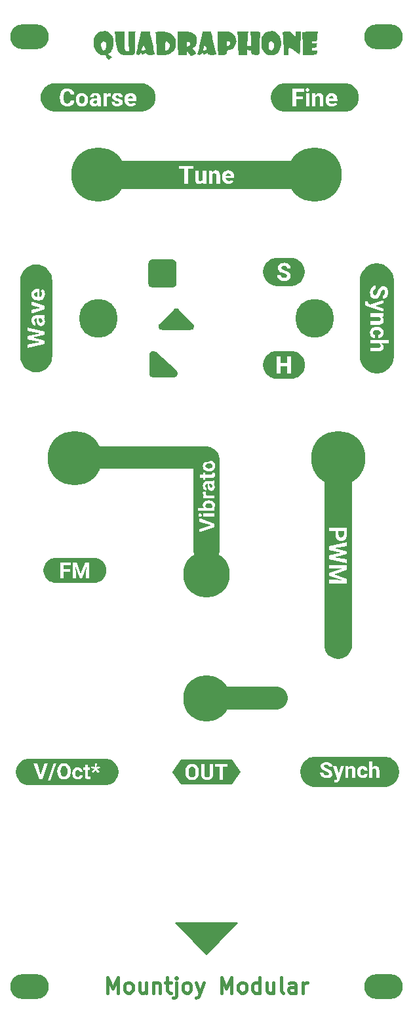
<source format=gbr>
%TF.GenerationSoftware,KiCad,Pcbnew,(6.0.11)*%
%TF.CreationDate,2023-01-29T15:03:24+00:00*%
%TF.ProjectId,Quadraphone_Panel,51756164-7261-4706-986f-6e655f50616e,rev?*%
%TF.SameCoordinates,Original*%
%TF.FileFunction,Soldermask,Top*%
%TF.FilePolarity,Negative*%
%FSLAX46Y46*%
G04 Gerber Fmt 4.6, Leading zero omitted, Abs format (unit mm)*
G04 Created by KiCad (PCBNEW (6.0.11)) date 2023-01-29 15:03:24*
%MOMM*%
%LPD*%
G01*
G04 APERTURE LIST*
%ADD10C,3.000000*%
%ADD11C,2.000000*%
%ADD12C,1.000000*%
%ADD13C,0.150000*%
%ADD14C,0.400000*%
%ADD15C,5.000000*%
%ADD16C,7.000000*%
%ADD17O,5.000000X3.200000*%
%ADD18C,6.000000*%
G04 APERTURE END LIST*
D10*
X80000000Y-124900000D02*
X89000000Y-124900000D01*
D11*
X63800000Y-93500000D02*
X80000000Y-93500000D01*
D12*
X62400000Y-94900000D02*
X78300000Y-94900000D01*
D13*
G36*
X80000000Y-158000000D02*
G01*
X76000000Y-154000000D01*
X84000000Y-154000000D01*
X80000000Y-158000000D01*
G37*
X80000000Y-158000000D02*
X76000000Y-154000000D01*
X84000000Y-154000000D01*
X80000000Y-158000000D01*
D14*
X67238095Y-163004761D02*
X67238095Y-161004761D01*
X67904761Y-162433333D01*
X68571428Y-161004761D01*
X68571428Y-163004761D01*
X69809523Y-163004761D02*
X69619047Y-162909523D01*
X69523809Y-162814285D01*
X69428571Y-162623809D01*
X69428571Y-162052380D01*
X69523809Y-161861904D01*
X69619047Y-161766666D01*
X69809523Y-161671428D01*
X70095238Y-161671428D01*
X70285714Y-161766666D01*
X70380952Y-161861904D01*
X70476190Y-162052380D01*
X70476190Y-162623809D01*
X70380952Y-162814285D01*
X70285714Y-162909523D01*
X70095238Y-163004761D01*
X69809523Y-163004761D01*
X72190476Y-161671428D02*
X72190476Y-163004761D01*
X71333333Y-161671428D02*
X71333333Y-162719047D01*
X71428571Y-162909523D01*
X71619047Y-163004761D01*
X71904761Y-163004761D01*
X72095238Y-162909523D01*
X72190476Y-162814285D01*
X73142857Y-161671428D02*
X73142857Y-163004761D01*
X73142857Y-161861904D02*
X73238095Y-161766666D01*
X73428571Y-161671428D01*
X73714285Y-161671428D01*
X73904761Y-161766666D01*
X74000000Y-161957142D01*
X74000000Y-163004761D01*
X74666666Y-161671428D02*
X75428571Y-161671428D01*
X74952380Y-161004761D02*
X74952380Y-162719047D01*
X75047619Y-162909523D01*
X75238095Y-163004761D01*
X75428571Y-163004761D01*
X76095238Y-161671428D02*
X76095238Y-163385714D01*
X76000000Y-163576190D01*
X75809523Y-163671428D01*
X75714285Y-163671428D01*
X76095238Y-161004761D02*
X76000000Y-161100000D01*
X76095238Y-161195238D01*
X76190476Y-161100000D01*
X76095238Y-161004761D01*
X76095238Y-161195238D01*
X77333333Y-163004761D02*
X77142857Y-162909523D01*
X77047619Y-162814285D01*
X76952380Y-162623809D01*
X76952380Y-162052380D01*
X77047619Y-161861904D01*
X77142857Y-161766666D01*
X77333333Y-161671428D01*
X77619047Y-161671428D01*
X77809523Y-161766666D01*
X77904761Y-161861904D01*
X78000000Y-162052380D01*
X78000000Y-162623809D01*
X77904761Y-162814285D01*
X77809523Y-162909523D01*
X77619047Y-163004761D01*
X77333333Y-163004761D01*
X78666666Y-161671428D02*
X79142857Y-163004761D01*
X79619047Y-161671428D02*
X79142857Y-163004761D01*
X78952380Y-163480952D01*
X78857142Y-163576190D01*
X78666666Y-163671428D01*
X81904761Y-163004761D02*
X81904761Y-161004761D01*
X82571428Y-162433333D01*
X83238095Y-161004761D01*
X83238095Y-163004761D01*
X84476190Y-163004761D02*
X84285714Y-162909523D01*
X84190476Y-162814285D01*
X84095238Y-162623809D01*
X84095238Y-162052380D01*
X84190476Y-161861904D01*
X84285714Y-161766666D01*
X84476190Y-161671428D01*
X84761904Y-161671428D01*
X84952380Y-161766666D01*
X85047619Y-161861904D01*
X85142857Y-162052380D01*
X85142857Y-162623809D01*
X85047619Y-162814285D01*
X84952380Y-162909523D01*
X84761904Y-163004761D01*
X84476190Y-163004761D01*
X86857142Y-163004761D02*
X86857142Y-161004761D01*
X86857142Y-162909523D02*
X86666666Y-163004761D01*
X86285714Y-163004761D01*
X86095238Y-162909523D01*
X86000000Y-162814285D01*
X85904761Y-162623809D01*
X85904761Y-162052380D01*
X86000000Y-161861904D01*
X86095238Y-161766666D01*
X86285714Y-161671428D01*
X86666666Y-161671428D01*
X86857142Y-161766666D01*
X88666666Y-161671428D02*
X88666666Y-163004761D01*
X87809523Y-161671428D02*
X87809523Y-162719047D01*
X87904761Y-162909523D01*
X88095238Y-163004761D01*
X88380952Y-163004761D01*
X88571428Y-162909523D01*
X88666666Y-162814285D01*
X89904761Y-163004761D02*
X89714285Y-162909523D01*
X89619047Y-162719047D01*
X89619047Y-161004761D01*
X91523809Y-163004761D02*
X91523809Y-161957142D01*
X91428571Y-161766666D01*
X91238095Y-161671428D01*
X90857142Y-161671428D01*
X90666666Y-161766666D01*
X91523809Y-162909523D02*
X91333333Y-163004761D01*
X90857142Y-163004761D01*
X90666666Y-162909523D01*
X90571428Y-162719047D01*
X90571428Y-162528571D01*
X90666666Y-162338095D01*
X90857142Y-162242857D01*
X91333333Y-162242857D01*
X91523809Y-162147619D01*
X92476190Y-163004761D02*
X92476190Y-161671428D01*
X92476190Y-162052380D02*
X92571428Y-161861904D01*
X92666666Y-161766666D01*
X92857142Y-161671428D01*
X93047619Y-161671428D01*
%TO.C,kibuzzard-63D122C1*%
G36*
X89996855Y-49339308D02*
G01*
X89817444Y-49312695D01*
X89641505Y-49268624D01*
X89470733Y-49207521D01*
X89306772Y-49129974D01*
X89151202Y-49036728D01*
X89005521Y-48928684D01*
X88871131Y-48806880D01*
X88749327Y-48672490D01*
X88736907Y-48655743D01*
X91104053Y-48655743D01*
X91569141Y-48655743D01*
X92837280Y-48655743D01*
X93062073Y-48655743D01*
X93286865Y-48655743D01*
X93646533Y-48655743D01*
X94094568Y-48655743D01*
X94094568Y-47472870D01*
X94212778Y-47351947D01*
X94378272Y-47311639D01*
X94584461Y-47375977D01*
X94646472Y-47582941D01*
X94646472Y-48655743D01*
X95094507Y-48655743D01*
X95094507Y-47857343D01*
X95373560Y-47857343D01*
X95399312Y-48091781D01*
X95476568Y-48292803D01*
X95605329Y-48460406D01*
X95775086Y-48586152D01*
X95975332Y-48661600D01*
X96206067Y-48686749D01*
X96406055Y-48666789D01*
X96587439Y-48606909D01*
X96741693Y-48511372D01*
X96860291Y-48384442D01*
X96640149Y-48137946D01*
X96466129Y-48278635D01*
X96235523Y-48325531D01*
X96082625Y-48300726D01*
X95958795Y-48226312D01*
X95871398Y-48110815D01*
X95827796Y-47962762D01*
X96895947Y-47962762D01*
X96895947Y-47779828D01*
X96873985Y-47534365D01*
X96808098Y-47329209D01*
X96698285Y-47164362D01*
X96550232Y-47043783D01*
X96369623Y-46971436D01*
X96156458Y-46947321D01*
X95939610Y-46974257D01*
X95747956Y-47055066D01*
X95589244Y-47185678D01*
X95471228Y-47362024D01*
X95397977Y-47574608D01*
X95373560Y-47813934D01*
X95373560Y-47857343D01*
X95094507Y-47857343D01*
X95094507Y-47572089D01*
X95059625Y-47299237D01*
X94961182Y-47103900D01*
X94796851Y-46986465D01*
X94564307Y-46947321D01*
X94376377Y-46972297D01*
X94215663Y-47047228D01*
X94082166Y-47172113D01*
X94068213Y-46978326D01*
X93646533Y-46978326D01*
X93646533Y-48655743D01*
X93286865Y-48655743D01*
X93286865Y-46978326D01*
X93062073Y-46978326D01*
X93062073Y-48655743D01*
X93062073Y-46978326D01*
X92837280Y-46978326D01*
X92837280Y-48655743D01*
X91569141Y-48655743D01*
X91569141Y-47733319D01*
X92462110Y-47733319D01*
X92462110Y-47358148D01*
X91569141Y-47358148D01*
X91569141Y-46775238D01*
X92573731Y-46775238D01*
X92573731Y-46544244D01*
X92810925Y-46544244D01*
X92879914Y-46711676D01*
X93062073Y-46776788D01*
X93244232Y-46711676D01*
X93313220Y-46544244D01*
X93245008Y-46378363D01*
X93062073Y-46313251D01*
X92878363Y-46378363D01*
X92810925Y-46544244D01*
X92573731Y-46544244D01*
X92573731Y-46398517D01*
X91104053Y-46398517D01*
X91104053Y-48655743D01*
X88736907Y-48655743D01*
X88641283Y-48526809D01*
X88548038Y-48371239D01*
X88470490Y-48207278D01*
X88409387Y-48036506D01*
X88365316Y-47860567D01*
X88338703Y-47681156D01*
X88329804Y-47500000D01*
X88338703Y-47318844D01*
X88365316Y-47139433D01*
X88409387Y-46963494D01*
X88470490Y-46792722D01*
X88548038Y-46628761D01*
X88641283Y-46473191D01*
X88749327Y-46327510D01*
X88871131Y-46193120D01*
X89005521Y-46071316D01*
X89151202Y-45963272D01*
X89306772Y-45870026D01*
X89470733Y-45792479D01*
X89641505Y-45731376D01*
X89817444Y-45687305D01*
X89996855Y-45660692D01*
X90178011Y-45651792D01*
X97821989Y-45651792D01*
X98003145Y-45660692D01*
X98182556Y-45687305D01*
X98358495Y-45731376D01*
X98529267Y-45792479D01*
X98693228Y-45870027D01*
X98848798Y-45963272D01*
X98994479Y-46071316D01*
X99128869Y-46193120D01*
X99250673Y-46327510D01*
X99358717Y-46473191D01*
X99451962Y-46628761D01*
X99529510Y-46792722D01*
X99590613Y-46963494D01*
X99634684Y-47139433D01*
X99661297Y-47318844D01*
X99670196Y-47500000D01*
X99661297Y-47681156D01*
X99634684Y-47860567D01*
X99590613Y-48036506D01*
X99529510Y-48207278D01*
X99451962Y-48371239D01*
X99358717Y-48526809D01*
X99250673Y-48672490D01*
X99128869Y-48806880D01*
X98994479Y-48928684D01*
X98848798Y-49036728D01*
X98693228Y-49129973D01*
X98529267Y-49207521D01*
X98358495Y-49268624D01*
X98182556Y-49312695D01*
X98003145Y-49339308D01*
X97821989Y-49348208D01*
X90178011Y-49348208D01*
X89996855Y-49339308D01*
G37*
G36*
X96375049Y-47391479D02*
G01*
X96455664Y-47621698D01*
X96455664Y-47657355D01*
X95832446Y-47657355D01*
X95870622Y-47509302D01*
X95938642Y-47400006D01*
X96154907Y-47310089D01*
X96375049Y-47391479D01*
G37*
%TO.C,kibuzzard-63D0FD70*%
G36*
X99819727Y-70882202D02*
G01*
X99851274Y-70669532D01*
X99903514Y-70460978D01*
X99975944Y-70258549D01*
X100067867Y-70064194D01*
X100178398Y-69879785D01*
X100306471Y-69707097D01*
X100450855Y-69547795D01*
X100610157Y-69403412D01*
X100782844Y-69275338D01*
X100967253Y-69164807D01*
X101161609Y-69072884D01*
X101364038Y-69000454D01*
X101572592Y-68948214D01*
X101785262Y-68916667D01*
X102000000Y-68906118D01*
X102214738Y-68916667D01*
X102427408Y-68948214D01*
X102635962Y-69000454D01*
X102838391Y-69072884D01*
X103032747Y-69164807D01*
X103217156Y-69275338D01*
X103389843Y-69403412D01*
X103549145Y-69547795D01*
X103693529Y-69707097D01*
X103821602Y-69879785D01*
X103932133Y-70064194D01*
X104024056Y-70258549D01*
X104096486Y-70460978D01*
X104148726Y-70669532D01*
X104180273Y-70882202D01*
X104190822Y-71096940D01*
X104190822Y-80903060D01*
X104180273Y-81117798D01*
X104148726Y-81330468D01*
X104096486Y-81539022D01*
X104024056Y-81741451D01*
X103932133Y-81935806D01*
X103821602Y-82120216D01*
X103693528Y-82292903D01*
X103549145Y-82452205D01*
X103389843Y-82596588D01*
X103217156Y-82724662D01*
X103032746Y-82835193D01*
X102838391Y-82927116D01*
X102635962Y-82999546D01*
X102427408Y-83051786D01*
X102214738Y-83083333D01*
X102000000Y-83093882D01*
X101785262Y-83083333D01*
X101572592Y-83051786D01*
X101364038Y-82999546D01*
X101161609Y-82927116D01*
X100967254Y-82835193D01*
X100782844Y-82724662D01*
X100610157Y-82596588D01*
X100450855Y-82452205D01*
X100306472Y-82292903D01*
X100178398Y-82120216D01*
X100067867Y-81935806D01*
X99975944Y-81741451D01*
X99903514Y-81539022D01*
X99851274Y-81330468D01*
X99819727Y-81117798D01*
X99809178Y-80903060D01*
X99809178Y-80241602D01*
X101148114Y-80241602D01*
X102222467Y-80241602D01*
X102450732Y-80216983D01*
X102628272Y-80149328D01*
X102755086Y-80038637D01*
X102831174Y-79884910D01*
X102856537Y-79688147D01*
X102832766Y-79518476D01*
X102761452Y-79369131D01*
X102642596Y-79240113D01*
X103529364Y-79240113D01*
X103529364Y-78792078D01*
X101148114Y-78792078D01*
X101148114Y-79240113D01*
X102340289Y-79240113D01*
X102454236Y-79355609D01*
X102492218Y-79525366D01*
X102423230Y-79731555D01*
X102210065Y-79793567D01*
X101148114Y-79793567D01*
X101148114Y-80241602D01*
X99809178Y-80241602D01*
X99809178Y-77852600D01*
X101117108Y-77852600D01*
X101136681Y-78036504D01*
X101195398Y-78203742D01*
X101289578Y-78345787D01*
X101415540Y-78454114D01*
X101564561Y-78523102D01*
X101727924Y-78547132D01*
X101727924Y-78127002D01*
X101546539Y-78046387D01*
X101478326Y-77844849D01*
X101506619Y-77704160D01*
X101591498Y-77604553D01*
X101741101Y-77545255D01*
X101963568Y-77525488D01*
X102010077Y-77525488D01*
X102230412Y-77545449D01*
X102379822Y-77605329D01*
X102465282Y-77704354D01*
X102493768Y-77841748D01*
X102412378Y-78046387D01*
X102200763Y-78127002D01*
X102200763Y-78547132D01*
X102386023Y-78524308D01*
X102544928Y-78459971D01*
X102677478Y-78354120D01*
X102776955Y-78213646D01*
X102836641Y-78045440D01*
X102856537Y-77849500D01*
X102830871Y-77626774D01*
X102753873Y-77438155D01*
X102625543Y-77283643D01*
X102454150Y-77169093D01*
X102247961Y-77100364D01*
X102006976Y-77077454D01*
X101977521Y-77077454D01*
X101728182Y-77100536D01*
X101517601Y-77169782D01*
X101345776Y-77285193D01*
X101218738Y-77440567D01*
X101142516Y-77629703D01*
X101117108Y-77852600D01*
X99809178Y-77852600D01*
X99809178Y-76807703D01*
X101148114Y-76807703D01*
X102231769Y-76807703D01*
X102504620Y-76772821D01*
X102699957Y-76674378D01*
X102817392Y-76510047D01*
X102856537Y-76277503D01*
X102831560Y-76089573D01*
X102756629Y-75928859D01*
X102631744Y-75795362D01*
X102825531Y-75781409D01*
X102825531Y-75359729D01*
X101148114Y-75359729D01*
X101148114Y-75807764D01*
X102330988Y-75807764D01*
X102451910Y-75925974D01*
X102492218Y-76091467D01*
X102427881Y-76297656D01*
X102220917Y-76359668D01*
X101148114Y-76359668D01*
X101148114Y-76807703D01*
X99809178Y-76807703D01*
X99809178Y-73984619D01*
X100470636Y-73984619D01*
X100507154Y-74193392D01*
X100616708Y-74358757D01*
X100799298Y-74480713D01*
X100887665Y-74517920D01*
X102825531Y-75192298D01*
X102825531Y-74711707D01*
X101782184Y-74401648D01*
X102825531Y-74090039D01*
X102825531Y-73607898D01*
X101143463Y-74195459D01*
X101005487Y-74142749D01*
X100876813Y-74044306D01*
X100838055Y-73854395D01*
X100839606Y-73786182D01*
X100500092Y-73786182D01*
X100470636Y-73984619D01*
X99809178Y-73984619D01*
X99809178Y-72671521D01*
X101117108Y-72671521D01*
X101135626Y-72904582D01*
X101191178Y-73103536D01*
X101283765Y-73268384D01*
X101408908Y-73391546D01*
X101562128Y-73465443D01*
X101743427Y-73490076D01*
X101985272Y-73444730D01*
X102183710Y-73308692D01*
X102295159Y-73163825D01*
X102393861Y-72971072D01*
X102479816Y-72730432D01*
X102547253Y-72541103D01*
X102619342Y-72404096D01*
X102803827Y-72293250D01*
X102993738Y-72387818D01*
X103047804Y-72501377D01*
X103065826Y-72652918D01*
X103044316Y-72809885D01*
X102979785Y-72927320D01*
X102876497Y-73000571D01*
X102738715Y-73024988D01*
X102738715Y-73490076D01*
X102930951Y-73463915D01*
X103101483Y-73385431D01*
X103243141Y-73259664D01*
X103348755Y-73091651D01*
X103414449Y-72889337D01*
X103436346Y-72660669D01*
X103416193Y-72432195D01*
X103355731Y-72227362D01*
X103259419Y-72056830D01*
X103131714Y-71931256D01*
X102978429Y-71853935D01*
X102805377Y-71828162D01*
X102586786Y-71870881D01*
X102400234Y-71999039D01*
X102245721Y-72212634D01*
X102169176Y-72378903D01*
X102091467Y-72595557D01*
X102015115Y-72800196D01*
X101942639Y-72930420D01*
X101740326Y-73023438D01*
X101551965Y-72930420D01*
X101501387Y-72819187D01*
X101484528Y-72671521D01*
X101507879Y-72476184D01*
X101577933Y-72336658D01*
X101694689Y-72252942D01*
X101858148Y-72225037D01*
X101858148Y-71758399D01*
X101652734Y-71786498D01*
X101473676Y-71870795D01*
X101325429Y-72008577D01*
X101212451Y-72197132D01*
X101140944Y-72422699D01*
X101117108Y-72671521D01*
X99809178Y-72671521D01*
X99809178Y-71096940D01*
X99819727Y-70882202D01*
G37*
%TO.C,kibuzzard-63D25E01*%
G36*
X88955400Y-71812308D02*
G01*
X88778622Y-71786086D01*
X88605266Y-71742662D01*
X88437001Y-71682456D01*
X88275447Y-71606047D01*
X88122160Y-71514170D01*
X87978617Y-71407712D01*
X87846201Y-71287696D01*
X87726185Y-71155279D01*
X87619726Y-71011736D01*
X87527850Y-70858450D01*
X87451441Y-70696896D01*
X87391234Y-70528631D01*
X87363668Y-70418579D01*
X89134161Y-70418579D01*
X89162260Y-70623993D01*
X89246557Y-70803052D01*
X89384340Y-70951299D01*
X89572894Y-71064276D01*
X89798462Y-71135783D01*
X90047284Y-71159619D01*
X90280345Y-71141102D01*
X90479299Y-71085550D01*
X90644147Y-70992963D01*
X90767309Y-70867820D01*
X90841206Y-70714599D01*
X90865839Y-70533301D01*
X90820492Y-70291455D01*
X90684454Y-70093018D01*
X90539588Y-69981569D01*
X90346835Y-69882867D01*
X90106195Y-69796912D01*
X89916865Y-69729474D01*
X89779858Y-69657385D01*
X89669012Y-69472900D01*
X89763580Y-69282990D01*
X89877139Y-69228923D01*
X90028680Y-69210901D01*
X90185647Y-69232411D01*
X90303082Y-69296942D01*
X90376333Y-69400230D01*
X90400751Y-69538013D01*
X90865839Y-69538013D01*
X90839677Y-69345776D01*
X90761194Y-69175244D01*
X90635426Y-69033586D01*
X90467413Y-68927972D01*
X90265100Y-68862279D01*
X90036432Y-68840381D01*
X89807957Y-68860535D01*
X89603125Y-68920996D01*
X89432593Y-69017308D01*
X89307019Y-69145013D01*
X89229698Y-69298299D01*
X89203924Y-69471350D01*
X89246644Y-69689941D01*
X89374801Y-69876493D01*
X89588397Y-70031006D01*
X89754666Y-70107552D01*
X89971319Y-70185260D01*
X90175958Y-70261612D01*
X90306183Y-70334088D01*
X90399200Y-70536401D01*
X90306183Y-70724762D01*
X90194949Y-70775340D01*
X90047284Y-70792200D01*
X89851947Y-70768848D01*
X89712421Y-70698795D01*
X89628705Y-70582038D01*
X89600799Y-70418579D01*
X89134161Y-70418579D01*
X87363668Y-70418579D01*
X87347811Y-70355275D01*
X87321588Y-70178497D01*
X87312819Y-70000000D01*
X87321588Y-69821503D01*
X87347811Y-69644725D01*
X87391234Y-69471369D01*
X87451441Y-69303104D01*
X87527850Y-69141550D01*
X87619726Y-68988264D01*
X87726185Y-68844721D01*
X87846201Y-68712304D01*
X87978617Y-68592288D01*
X88122160Y-68485830D01*
X88275447Y-68393953D01*
X88437001Y-68317544D01*
X88605266Y-68257338D01*
X88778622Y-68213914D01*
X88955400Y-68187692D01*
X89133897Y-68178923D01*
X90866103Y-68178923D01*
X91044600Y-68187692D01*
X91221378Y-68213914D01*
X91394734Y-68257338D01*
X91562999Y-68317544D01*
X91724553Y-68393953D01*
X91877840Y-68485829D01*
X92021382Y-68592288D01*
X92153799Y-68712304D01*
X92273815Y-68844721D01*
X92380274Y-68988264D01*
X92472150Y-69141550D01*
X92548559Y-69303104D01*
X92608766Y-69471369D01*
X92652189Y-69644725D01*
X92678412Y-69821503D01*
X92687181Y-70000000D01*
X92678412Y-70178497D01*
X92652189Y-70355275D01*
X92608766Y-70528631D01*
X92548559Y-70696896D01*
X92472150Y-70858450D01*
X92380274Y-71011736D01*
X92273815Y-71155279D01*
X92153799Y-71287696D01*
X92021382Y-71407712D01*
X91877840Y-71514171D01*
X91724553Y-71606047D01*
X91562999Y-71682456D01*
X91394734Y-71742662D01*
X91221378Y-71786086D01*
X91044600Y-71812308D01*
X90866103Y-71821077D01*
X89133897Y-71821077D01*
X88955400Y-71812308D01*
G37*
%TO.C,kibuzzard-63D139E5*%
G36*
X60395261Y-110103307D02*
G01*
X60238870Y-110080108D01*
X60085505Y-110041693D01*
X59936645Y-109988429D01*
X59793722Y-109920832D01*
X59658113Y-109839551D01*
X59531124Y-109745370D01*
X59413978Y-109639195D01*
X59307803Y-109522048D01*
X59303134Y-109515752D01*
X61148485Y-109515752D01*
X61567064Y-109515752D01*
X62713971Y-109515752D01*
X63132550Y-109515752D01*
X63132550Y-108960437D01*
X63090692Y-108003286D01*
X63637636Y-109515752D01*
X63925060Y-109515752D01*
X64473399Y-108001891D01*
X64431541Y-108960437D01*
X64431541Y-109515752D01*
X64851515Y-109515752D01*
X64851515Y-107484248D01*
X64301781Y-107484248D01*
X63782743Y-108957646D01*
X63260914Y-107484248D01*
X62713971Y-107484248D01*
X62713971Y-109515752D01*
X61567064Y-109515752D01*
X61567064Y-108685570D01*
X62370736Y-108685570D01*
X62370736Y-108347916D01*
X61567064Y-108347916D01*
X61567064Y-107823297D01*
X62471195Y-107823297D01*
X62471195Y-107484248D01*
X61148485Y-107484248D01*
X61148485Y-109515752D01*
X59303134Y-109515752D01*
X59213622Y-109395059D01*
X59132341Y-109259451D01*
X59064743Y-109116528D01*
X59011480Y-108967667D01*
X58973064Y-108814303D01*
X58949866Y-108657912D01*
X58942108Y-108500000D01*
X58949866Y-108342088D01*
X58973064Y-108185697D01*
X59011480Y-108032333D01*
X59064743Y-107883472D01*
X59132341Y-107740549D01*
X59213622Y-107604941D01*
X59307803Y-107477952D01*
X59413978Y-107360805D01*
X59531124Y-107254630D01*
X59658113Y-107160449D01*
X59793722Y-107079168D01*
X59936645Y-107011571D01*
X60085505Y-106958307D01*
X60238870Y-106919892D01*
X60395261Y-106896693D01*
X60553173Y-106888936D01*
X65446828Y-106888936D01*
X65604739Y-106896693D01*
X65761131Y-106919892D01*
X65914495Y-106958308D01*
X66063355Y-107011571D01*
X66206278Y-107079168D01*
X66341887Y-107160449D01*
X66468876Y-107254630D01*
X66586022Y-107360805D01*
X66692197Y-107477952D01*
X66786378Y-107604941D01*
X66867659Y-107740550D01*
X66935257Y-107883472D01*
X66988520Y-108032333D01*
X67026936Y-108185697D01*
X67050134Y-108342088D01*
X67057892Y-108500000D01*
X67050134Y-108657912D01*
X67026936Y-108814303D01*
X66988520Y-108967667D01*
X66935257Y-109116528D01*
X66867659Y-109259450D01*
X66786378Y-109395059D01*
X66692197Y-109522048D01*
X66586022Y-109639195D01*
X66468876Y-109745370D01*
X66341887Y-109839551D01*
X66206278Y-109920832D01*
X66063355Y-109988429D01*
X65914495Y-110041692D01*
X65761131Y-110080108D01*
X65604739Y-110103307D01*
X65446828Y-110111064D01*
X60553173Y-110111064D01*
X60395261Y-110103307D01*
G37*
%TO.C,kibuzzard-63D12295*%
G36*
X70412134Y-47364349D02*
G01*
X70492749Y-47594568D01*
X70492749Y-47630225D01*
X69869531Y-47630225D01*
X69907707Y-47482172D01*
X69975726Y-47372876D01*
X70191992Y-47282959D01*
X70412134Y-47364349D01*
G37*
G36*
X65886828Y-48154224D02*
G01*
X65762805Y-48272821D01*
X65579870Y-48317004D01*
X65418640Y-48262744D01*
X65359729Y-48124768D01*
X65361279Y-48098413D01*
X65410716Y-47969222D01*
X65530089Y-47891707D01*
X65719397Y-47865869D01*
X65886828Y-47865869D01*
X65886828Y-48154224D01*
G37*
G36*
X60227013Y-49312308D02*
G01*
X60050235Y-49286086D01*
X59876878Y-49242662D01*
X59708613Y-49182456D01*
X59547059Y-49106047D01*
X59393773Y-49014170D01*
X59250230Y-48907712D01*
X59117813Y-48787696D01*
X58997798Y-48655279D01*
X58891339Y-48511736D01*
X58799463Y-48358450D01*
X58723053Y-48196896D01*
X58662847Y-48028631D01*
X58619424Y-47855275D01*
X58593201Y-47678497D01*
X58587631Y-47565112D01*
X61066968Y-47565112D01*
X61082519Y-47806522D01*
X61129173Y-48020705D01*
X61206930Y-48207660D01*
X61315790Y-48367389D01*
X61451779Y-48495240D01*
X61610927Y-48586562D01*
X61793231Y-48641355D01*
X61998694Y-48659619D01*
X62246138Y-48636365D01*
X62459303Y-48566602D01*
X62638190Y-48450330D01*
X62775907Y-48293578D01*
X62865566Y-48102375D01*
X62907165Y-47876721D01*
X62442078Y-47876721D01*
X62403902Y-48055974D01*
X62320380Y-48181354D01*
X62186861Y-48255186D01*
X61998694Y-48279797D01*
X61791923Y-48237552D01*
X61649103Y-48110815D01*
X61587522Y-47976284D01*
X61550573Y-47798001D01*
X61550382Y-47794556D01*
X63113354Y-47794556D01*
X63137384Y-48042603D01*
X63209473Y-48253442D01*
X63329620Y-48427075D01*
X63490076Y-48556266D01*
X63683087Y-48633781D01*
X63908655Y-48659619D01*
X64134136Y-48633695D01*
X64326889Y-48555922D01*
X64486914Y-48426300D01*
X64606631Y-48253787D01*
X64640194Y-48157324D01*
X64911694Y-48157324D01*
X64952196Y-48355762D01*
X65073700Y-48516992D01*
X65256828Y-48623962D01*
X65482202Y-48659619D01*
X65718234Y-48614273D01*
X65905432Y-48478235D01*
X65950391Y-48628613D01*
X66403076Y-48628613D01*
X66680578Y-48628613D01*
X67128613Y-48628613D01*
X67128613Y-48095313D01*
X67753381Y-48095313D01*
X67776636Y-48242009D01*
X67846399Y-48378241D01*
X67957051Y-48495288D01*
X68102972Y-48584430D01*
X68278349Y-48640822D01*
X68477368Y-48659619D01*
X68672360Y-48643858D01*
X68841859Y-48596574D01*
X68985864Y-48517767D01*
X69133530Y-48354018D01*
X69182751Y-48146472D01*
X69143305Y-47953719D01*
X69046112Y-47830212D01*
X69410644Y-47830212D01*
X69436396Y-48064651D01*
X69513653Y-48265672D01*
X69642413Y-48433276D01*
X69812170Y-48559022D01*
X70012416Y-48634470D01*
X70243152Y-48659619D01*
X70443140Y-48639659D01*
X70624524Y-48579779D01*
X70778778Y-48484242D01*
X70897375Y-48357312D01*
X70677234Y-48110815D01*
X70503213Y-48251505D01*
X70272607Y-48298401D01*
X70119710Y-48273596D01*
X69995880Y-48199182D01*
X69908482Y-48083685D01*
X69864880Y-47935632D01*
X70933032Y-47935632D01*
X70933032Y-47752698D01*
X70911070Y-47507235D01*
X70845182Y-47302079D01*
X70735370Y-47137231D01*
X70587317Y-47016653D01*
X70406708Y-46944306D01*
X70193542Y-46920190D01*
X69976695Y-46947127D01*
X69785040Y-47027936D01*
X69626329Y-47158548D01*
X69508313Y-47334894D01*
X69435062Y-47547478D01*
X69410644Y-47786804D01*
X69410644Y-47830212D01*
X69046112Y-47830212D01*
X69024966Y-47803341D01*
X68827734Y-47695337D01*
X68699835Y-47655611D01*
X68545581Y-47620148D01*
X68307611Y-47541083D01*
X68237073Y-47420935D01*
X68299084Y-47290710D01*
X68474267Y-47239551D01*
X68668054Y-47302338D01*
X68730066Y-47461243D01*
X69178100Y-47461243D01*
X69130235Y-47243427D01*
X68986639Y-47070569D01*
X68844787Y-46987025D01*
X68674514Y-46936899D01*
X68475818Y-46920190D01*
X68289007Y-46936813D01*
X68127519Y-46986681D01*
X67991351Y-47069794D01*
X67852406Y-47237807D01*
X67806091Y-47442639D01*
X67843492Y-47618016D01*
X67955694Y-47761224D01*
X68142699Y-47872264D01*
X68404504Y-47951135D01*
X68559727Y-47990862D01*
X68665729Y-48035626D01*
X68747119Y-48165076D01*
X68681232Y-48292975D01*
X68486670Y-48341809D01*
X68266528Y-48278247D01*
X68178161Y-48095313D01*
X67753381Y-48095313D01*
X67128613Y-48095313D01*
X67128613Y-47531006D01*
X67251474Y-47401944D01*
X67461926Y-47358923D01*
X67623157Y-47371326D01*
X67629358Y-46940344D01*
X67489831Y-46920190D01*
X67277054Y-46977939D01*
X67116211Y-47151184D01*
X67103808Y-46951196D01*
X66680578Y-46951196D01*
X66680578Y-48628613D01*
X66403076Y-48628613D01*
X66403076Y-48602258D01*
X66353854Y-48450717D01*
X66336413Y-48241040D01*
X66336413Y-47513953D01*
X66290874Y-47263387D01*
X66154254Y-47075995D01*
X66018603Y-46989437D01*
X65854531Y-46937502D01*
X65662036Y-46920190D01*
X65467474Y-46937825D01*
X65293066Y-46990729D01*
X65147339Y-47074638D01*
X65038818Y-47185291D01*
X64971380Y-47314740D01*
X64948901Y-47455042D01*
X65396936Y-47455042D01*
X65461273Y-47306213D01*
X65638782Y-47251953D01*
X65827142Y-47321716D01*
X65886828Y-47507751D01*
X65886828Y-47603870D01*
X65680640Y-47603870D01*
X65451110Y-47620578D01*
X65260682Y-47668637D01*
X65109357Y-47748047D01*
X64961110Y-47921680D01*
X64911694Y-48157324D01*
X64640194Y-48157324D01*
X64678461Y-48047340D01*
X64702405Y-47806958D01*
X64699304Y-47692236D01*
X64661666Y-47471061D01*
X64581826Y-47282959D01*
X64459784Y-47127930D01*
X64302774Y-47012519D01*
X64118030Y-46943273D01*
X63905554Y-46920190D01*
X63681343Y-46946933D01*
X63486200Y-47027161D01*
X63326713Y-47156223D01*
X63209473Y-47329468D01*
X63137384Y-47538370D01*
X63113354Y-47774402D01*
X63113354Y-47794556D01*
X61550382Y-47794556D01*
X61538257Y-47575964D01*
X61538257Y-47405432D01*
X61552812Y-47192267D01*
X61592345Y-47019926D01*
X61656854Y-46888409D01*
X61801613Y-46763417D01*
X62004895Y-46721753D01*
X62191511Y-46746364D01*
X62323480Y-46820197D01*
X62406227Y-46948677D01*
X62445178Y-47137231D01*
X62910266Y-47137231D01*
X62863068Y-46903826D01*
X62771084Y-46707973D01*
X62634314Y-46549670D01*
X62458269Y-46433398D01*
X62248463Y-46363635D01*
X62004895Y-46340381D01*
X61824458Y-46355109D01*
X61659352Y-46399292D01*
X61509576Y-46472931D01*
X61321022Y-46634355D01*
X61181689Y-46853528D01*
X61117955Y-47027505D01*
X61079715Y-47218708D01*
X61066968Y-47427136D01*
X61066968Y-47565112D01*
X58587631Y-47565112D01*
X58584432Y-47500000D01*
X58593201Y-47321503D01*
X58619424Y-47144725D01*
X58662847Y-46971369D01*
X58723053Y-46803104D01*
X58799463Y-46641550D01*
X58891339Y-46488264D01*
X58997798Y-46344721D01*
X59117813Y-46212304D01*
X59250230Y-46092288D01*
X59393773Y-45985830D01*
X59547059Y-45893953D01*
X59708613Y-45817544D01*
X59876878Y-45757338D01*
X60050235Y-45713914D01*
X60227013Y-45687692D01*
X60405509Y-45678923D01*
X71594490Y-45678923D01*
X71772987Y-45687692D01*
X71949765Y-45713914D01*
X72123121Y-45757338D01*
X72291387Y-45817544D01*
X72452940Y-45893953D01*
X72606227Y-45985829D01*
X72749770Y-46092288D01*
X72882187Y-46212304D01*
X73002202Y-46344721D01*
X73108661Y-46488264D01*
X73200537Y-46641550D01*
X73276947Y-46803104D01*
X73337153Y-46971369D01*
X73380576Y-47144725D01*
X73406799Y-47321503D01*
X73415568Y-47500000D01*
X73406799Y-47678497D01*
X73380576Y-47855275D01*
X73337153Y-48028631D01*
X73276947Y-48196896D01*
X73200537Y-48358450D01*
X73108661Y-48511736D01*
X73002202Y-48655279D01*
X72882187Y-48787696D01*
X72749770Y-48907712D01*
X72606227Y-49014171D01*
X72452940Y-49106047D01*
X72291387Y-49182456D01*
X72123121Y-49242662D01*
X71949765Y-49286086D01*
X71772987Y-49312308D01*
X71594490Y-49321077D01*
X60405509Y-49321077D01*
X60227013Y-49312308D01*
G37*
G36*
X64052832Y-47315128D02*
G01*
X64162903Y-47411633D01*
X64231503Y-47566663D01*
X64254370Y-47774402D01*
X64231503Y-48011403D01*
X64162903Y-48173602D01*
X64053607Y-48267201D01*
X63908655Y-48298401D01*
X63760602Y-48266814D01*
X63651306Y-48172052D01*
X63583868Y-48017604D01*
X63561389Y-47806958D01*
X63583868Y-47573833D01*
X63651306Y-47410858D01*
X63759827Y-47314934D01*
X63905554Y-47282959D01*
X64052832Y-47315128D01*
G37*
%TO.C,kibuzzard-63D2A377*%
G36*
X56921310Y-136203976D02*
G01*
X56755099Y-136179321D01*
X56592106Y-136138493D01*
X56433899Y-136081886D01*
X56282002Y-136010044D01*
X56137878Y-135923660D01*
X56002916Y-135823565D01*
X55878414Y-135710723D01*
X55793385Y-135616909D01*
X59524802Y-135616909D01*
X59824784Y-135616909D01*
X60208885Y-134483954D01*
X60730310Y-134483954D01*
X60743178Y-134671772D01*
X60779920Y-134844553D01*
X60840536Y-135002295D01*
X60923012Y-135140969D01*
X61025331Y-135256543D01*
X61147494Y-135349018D01*
X61285625Y-135416456D01*
X61435849Y-135456918D01*
X61598164Y-135470406D01*
X61761953Y-135456763D01*
X61912874Y-135415836D01*
X62050927Y-135347623D01*
X62172393Y-135254295D01*
X62273549Y-135138023D01*
X62354397Y-134998807D01*
X62413308Y-134839902D01*
X62442311Y-134696035D01*
X62675308Y-134696035D01*
X62696082Y-134920439D01*
X62758404Y-135109963D01*
X62862273Y-135264604D01*
X63002110Y-135378939D01*
X63172332Y-135447539D01*
X63372940Y-135470406D01*
X63538453Y-135452791D01*
X63688967Y-135399945D01*
X63816808Y-135315183D01*
X63914302Y-135201818D01*
X63976391Y-135067698D01*
X63998018Y-134920672D01*
X63619901Y-134920672D01*
X63547348Y-135083918D01*
X63365963Y-135145309D01*
X63239343Y-135119846D01*
X63149697Y-135043455D01*
X63096329Y-134908812D01*
X63078539Y-134708592D01*
X63078539Y-134666734D01*
X63096503Y-134468432D01*
X63150395Y-134333964D01*
X63239518Y-134257050D01*
X63363173Y-134231412D01*
X63547348Y-134304663D01*
X63619901Y-134495117D01*
X63998018Y-134495117D01*
X63977476Y-134328383D01*
X63937085Y-134228621D01*
X64087315Y-134228621D01*
X64307766Y-134228621D01*
X64307766Y-135042060D01*
X64337939Y-135229461D01*
X64420085Y-135363319D01*
X64554205Y-135443634D01*
X64740298Y-135470406D01*
X64864128Y-135461337D01*
X64984469Y-135434129D01*
X64984469Y-135128566D01*
X64865872Y-135138333D01*
X64743089Y-135102056D01*
X64710998Y-134982064D01*
X64710998Y-134228621D01*
X64969121Y-134228621D01*
X64969121Y-133976078D01*
X65076557Y-133976078D01*
X65514669Y-134100257D01*
X65213292Y-134479769D01*
X65435139Y-134630457D01*
X65686287Y-134236993D01*
X65940225Y-134644410D01*
X66162072Y-134486745D01*
X65869066Y-134115605D01*
X66315551Y-133991426D01*
X66233230Y-133736093D01*
X65810465Y-133907711D01*
X65838371Y-133410997D01*
X65564899Y-133410997D01*
X65592804Y-133897944D01*
X65158877Y-133723536D01*
X65076557Y-133976078D01*
X64969121Y-133976078D01*
X64969121Y-133932825D01*
X64710998Y-133932825D01*
X64710998Y-133561685D01*
X64307766Y-133561685D01*
X64307766Y-133932825D01*
X64087315Y-133932825D01*
X64087315Y-134228621D01*
X63937085Y-134228621D01*
X63919573Y-134185368D01*
X63824307Y-134066073D01*
X63697881Y-133976544D01*
X63546495Y-133922826D01*
X63370149Y-133904920D01*
X63169696Y-133928019D01*
X62999939Y-133997318D01*
X62860878Y-134112814D01*
X62757783Y-134267068D01*
X62695927Y-134452639D01*
X62675308Y-134669525D01*
X62675308Y-134696035D01*
X62442311Y-134696035D01*
X62448655Y-134664564D01*
X62460437Y-134472792D01*
X62460437Y-134382100D01*
X62448422Y-134190872D01*
X62412378Y-134015301D01*
X62352304Y-133855388D01*
X62270294Y-133715087D01*
X62168440Y-133598350D01*
X62046742Y-133505177D01*
X61908843Y-133437352D01*
X61758387Y-133396656D01*
X61595374Y-133383091D01*
X61432360Y-133396656D01*
X61281904Y-133437352D01*
X61144006Y-133505177D01*
X61022308Y-133598350D01*
X60920454Y-133715087D01*
X60838443Y-133855388D01*
X60778369Y-134015456D01*
X60742325Y-134191492D01*
X60730310Y-134383495D01*
X60730310Y-134483954D01*
X60208885Y-134483954D01*
X60572645Y-133410997D01*
X60272664Y-133410997D01*
X59524802Y-135616909D01*
X55793385Y-135616909D01*
X55765572Y-135586222D01*
X55665477Y-135451259D01*
X55579093Y-135307135D01*
X55507251Y-135155239D01*
X55450644Y-134997032D01*
X55409816Y-134834038D01*
X55385161Y-134667827D01*
X55376916Y-134500000D01*
X55385161Y-134332173D01*
X55409816Y-134165962D01*
X55450644Y-134002968D01*
X55507251Y-133844761D01*
X55579093Y-133692865D01*
X55665477Y-133548741D01*
X55765572Y-133413778D01*
X55768093Y-133410997D01*
X57684450Y-133410997D01*
X58389058Y-135442501D01*
X58825775Y-135442501D01*
X59533174Y-133410997D01*
X59067156Y-133410997D01*
X58606719Y-134938810D01*
X58149072Y-133410997D01*
X57684450Y-133410997D01*
X55768093Y-133410997D01*
X55878414Y-133289277D01*
X56002916Y-133176435D01*
X56137878Y-133076340D01*
X56282002Y-132989956D01*
X56433899Y-132918114D01*
X56592106Y-132861507D01*
X56755099Y-132820679D01*
X56921310Y-132796024D01*
X57089137Y-132787779D01*
X66910863Y-132787779D01*
X67078690Y-132796024D01*
X67244901Y-132820679D01*
X67407895Y-132861507D01*
X67566102Y-132918114D01*
X67717999Y-132989956D01*
X67862122Y-133076340D01*
X67997085Y-133176435D01*
X68121586Y-133289277D01*
X68234428Y-133413779D01*
X68334523Y-133548741D01*
X68420907Y-133692865D01*
X68492749Y-133844761D01*
X68549356Y-134002969D01*
X68590184Y-134165962D01*
X68614839Y-134332173D01*
X68623084Y-134500000D01*
X68614839Y-134667827D01*
X68590184Y-134834038D01*
X68549356Y-134997031D01*
X68492749Y-135155239D01*
X68420907Y-135307135D01*
X68334523Y-135451259D01*
X68234428Y-135586221D01*
X68121586Y-135710723D01*
X67997085Y-135823565D01*
X67862122Y-135923660D01*
X67717999Y-136010044D01*
X67566102Y-136081886D01*
X67407895Y-136138493D01*
X67244901Y-136179321D01*
X67078690Y-136203976D01*
X66910863Y-136212221D01*
X57089137Y-136212221D01*
X56921310Y-136203976D01*
G37*
G36*
X61783037Y-133770626D02*
G01*
X61921865Y-133895153D01*
X61985427Y-134022897D01*
X62023565Y-134184748D01*
X62036277Y-134380705D01*
X62036277Y-134479769D01*
X62022945Y-134674098D01*
X61984807Y-134834786D01*
X61921865Y-134961832D01*
X61784432Y-135085836D01*
X61598164Y-135127171D01*
X61408408Y-135084267D01*
X61268882Y-134955554D01*
X61205320Y-134825639D01*
X61167183Y-134664719D01*
X61154470Y-134472792D01*
X61154470Y-134373729D01*
X61167958Y-134179554D01*
X61206560Y-134019332D01*
X61270277Y-133893060D01*
X61408757Y-133770103D01*
X61595374Y-133729117D01*
X61783037Y-133770626D01*
G37*
%TO.C,kibuzzard-63D127EA*%
G36*
X83024622Y-57348846D02*
G01*
X83105237Y-57579065D01*
X83105237Y-57614722D01*
X82482019Y-57614722D01*
X82520195Y-57466669D01*
X82588214Y-57357373D01*
X82804480Y-57267456D01*
X83024622Y-57348846D01*
G37*
G36*
X65694170Y-59296880D02*
G01*
X65518897Y-59270881D01*
X65347016Y-59227827D01*
X65180183Y-59168133D01*
X65020005Y-59092375D01*
X64868023Y-59001280D01*
X64725702Y-58895728D01*
X64594413Y-58776734D01*
X64475419Y-58645444D01*
X64369866Y-58503123D01*
X64278772Y-58351142D01*
X64203013Y-58190963D01*
X64143320Y-58024131D01*
X64100266Y-57852250D01*
X64074267Y-57676977D01*
X64065572Y-57500000D01*
X64074267Y-57323023D01*
X64100266Y-57147750D01*
X64143320Y-56975869D01*
X64203013Y-56809037D01*
X64239163Y-56732605D01*
X76454480Y-56732605D01*
X77136609Y-56732605D01*
X77136609Y-58613110D01*
X77601697Y-58613110D01*
X77601697Y-58034851D01*
X78517920Y-58034851D01*
X78555708Y-58298013D01*
X78662872Y-58489087D01*
X78836699Y-58605359D01*
X79074475Y-58644116D01*
X79255687Y-58621723D01*
X79408649Y-58554544D01*
X79533362Y-58442578D01*
X79545764Y-58613110D01*
X79967444Y-58613110D01*
X80296106Y-58613110D01*
X80744141Y-58613110D01*
X80744141Y-57430237D01*
X80862351Y-57309314D01*
X81027844Y-57269006D01*
X81234033Y-57333344D01*
X81296045Y-57540308D01*
X81296045Y-58613110D01*
X81744080Y-58613110D01*
X81744080Y-57814709D01*
X82023132Y-57814709D01*
X82048885Y-58049148D01*
X82126141Y-58250170D01*
X82254901Y-58417773D01*
X82424658Y-58543519D01*
X82624905Y-58618967D01*
X82855640Y-58644116D01*
X83055628Y-58624156D01*
X83237012Y-58564276D01*
X83391266Y-58468739D01*
X83509863Y-58341809D01*
X83289722Y-58095313D01*
X83115701Y-58236002D01*
X82885095Y-58282898D01*
X82732198Y-58258093D01*
X82608368Y-58183679D01*
X82520970Y-58068182D01*
X82477368Y-57920129D01*
X83545520Y-57920129D01*
X83545520Y-57737195D01*
X83523558Y-57491732D01*
X83457670Y-57286576D01*
X83347858Y-57121729D01*
X83199805Y-57001150D01*
X83019196Y-56928803D01*
X82806030Y-56904687D01*
X82589183Y-56931624D01*
X82397528Y-57012433D01*
X82238817Y-57143045D01*
X82120801Y-57319391D01*
X82047550Y-57531975D01*
X82023132Y-57771301D01*
X82023132Y-57814709D01*
X81744080Y-57814709D01*
X81744080Y-57529456D01*
X81709198Y-57256604D01*
X81610755Y-57061267D01*
X81446423Y-56943832D01*
X81213880Y-56904687D01*
X81025950Y-56929664D01*
X80865236Y-57004595D01*
X80731738Y-57129480D01*
X80717786Y-56935693D01*
X80296106Y-56935693D01*
X80296106Y-58613110D01*
X79967444Y-58613110D01*
X79967444Y-56935693D01*
X79517859Y-56935693D01*
X79517859Y-58123218D01*
X79396936Y-58241815D01*
X79204700Y-58281348D01*
X79025641Y-58215848D01*
X78965955Y-58019348D01*
X78965955Y-56935693D01*
X78517920Y-56935693D01*
X78517920Y-58034851D01*
X77601697Y-58034851D01*
X77601697Y-56732605D01*
X78293128Y-56732605D01*
X78293128Y-56355884D01*
X76454480Y-56355884D01*
X76454480Y-56732605D01*
X64239163Y-56732605D01*
X64278772Y-56648858D01*
X64369866Y-56496877D01*
X64475419Y-56354556D01*
X64594413Y-56223266D01*
X64725702Y-56104272D01*
X64868023Y-55998720D01*
X65020005Y-55907625D01*
X65180183Y-55831867D01*
X65347016Y-55772173D01*
X65518897Y-55729119D01*
X65694170Y-55703120D01*
X65871147Y-55694425D01*
X94128853Y-55694425D01*
X94305831Y-55703120D01*
X94481104Y-55729119D01*
X94652984Y-55772173D01*
X94819817Y-55831867D01*
X94979995Y-55907625D01*
X95131977Y-55998720D01*
X95274298Y-56104272D01*
X95405587Y-56223266D01*
X95524581Y-56354556D01*
X95630134Y-56496877D01*
X95721228Y-56648858D01*
X95796987Y-56809037D01*
X95856680Y-56975869D01*
X95899734Y-57147750D01*
X95925733Y-57323023D01*
X95934428Y-57500000D01*
X95925733Y-57676977D01*
X95899734Y-57852250D01*
X95856680Y-58024131D01*
X95796987Y-58190963D01*
X95721228Y-58351142D01*
X95630134Y-58503123D01*
X95524581Y-58645444D01*
X95405587Y-58776734D01*
X95274298Y-58895728D01*
X95131977Y-59001280D01*
X94979995Y-59092375D01*
X94819817Y-59168133D01*
X94652984Y-59227827D01*
X94481104Y-59270881D01*
X94305831Y-59296880D01*
X94128853Y-59305575D01*
X65871147Y-59305575D01*
X65694170Y-59296880D01*
G37*
%TO.C,kibuzzard-63D2A3C5*%
G36*
X75589882Y-134500000D02*
G01*
X76682528Y-132861030D01*
X83317472Y-132861030D01*
X84410118Y-134500000D01*
X83317472Y-136138970D01*
X76682528Y-136138970D01*
X75628019Y-134557206D01*
X77277841Y-134557206D01*
X77290708Y-134745024D01*
X77327450Y-134917804D01*
X77388066Y-135075546D01*
X77470542Y-135214220D01*
X77572861Y-135329794D01*
X77695024Y-135422269D01*
X77833156Y-135489707D01*
X77983379Y-135530170D01*
X78145695Y-135543657D01*
X78309483Y-135530015D01*
X78460404Y-135489087D01*
X78598458Y-135420874D01*
X78719923Y-135327546D01*
X78821080Y-135211274D01*
X78901927Y-135072058D01*
X78960839Y-134913153D01*
X78976059Y-134837654D01*
X79292601Y-134837654D01*
X79318181Y-135041517D01*
X79389340Y-135214065D01*
X79506077Y-135355297D01*
X79661881Y-135459941D01*
X79850242Y-135522728D01*
X80071158Y-135543657D01*
X80295098Y-135522108D01*
X80485087Y-135457461D01*
X80641124Y-135349716D01*
X80757008Y-135204918D01*
X80826539Y-135029115D01*
X80849716Y-134822306D01*
X80849716Y-133823297D01*
X81067377Y-133823297D01*
X81681293Y-133823297D01*
X81681293Y-135515752D01*
X82099872Y-135515752D01*
X82099872Y-133823297D01*
X82722159Y-133823297D01*
X82722159Y-133484248D01*
X81067377Y-133484248D01*
X81067377Y-133823297D01*
X80849716Y-133823297D01*
X80849716Y-133484248D01*
X80429741Y-133484248D01*
X80429741Y-134836259D01*
X80405237Y-134998632D01*
X80337305Y-135114614D01*
X80225946Y-135184202D01*
X80071158Y-135207399D01*
X79920644Y-135184551D01*
X79806756Y-135116009D01*
X79735074Y-134997586D01*
X79711180Y-134825096D01*
X79711180Y-133484248D01*
X79292601Y-133484248D01*
X79292601Y-134837654D01*
X78976059Y-134837654D01*
X78996185Y-134737815D01*
X79007968Y-134546044D01*
X79007968Y-134455352D01*
X78995953Y-134264123D01*
X78959908Y-134088552D01*
X78899835Y-133928640D01*
X78817824Y-133788338D01*
X78715970Y-133671601D01*
X78594272Y-133578428D01*
X78456373Y-133510603D01*
X78305917Y-133469908D01*
X78142904Y-133456343D01*
X77979891Y-133469908D01*
X77829435Y-133510603D01*
X77691536Y-133578428D01*
X77569838Y-133671601D01*
X77467984Y-133788338D01*
X77385974Y-133928640D01*
X77325900Y-134088707D01*
X77289855Y-134264743D01*
X77277841Y-134456747D01*
X77277841Y-134557206D01*
X75628019Y-134557206D01*
X75589882Y-134500000D01*
G37*
G36*
X78330567Y-133843877D02*
G01*
X78469396Y-133968405D01*
X78532958Y-134096149D01*
X78571095Y-134257999D01*
X78583807Y-134453956D01*
X78583807Y-134553020D01*
X78570475Y-134747349D01*
X78532338Y-134908037D01*
X78469396Y-135035084D01*
X78331962Y-135159088D01*
X78145695Y-135200422D01*
X77955939Y-135157518D01*
X77816412Y-135028805D01*
X77752850Y-134898890D01*
X77714713Y-134737970D01*
X77702001Y-134546044D01*
X77702001Y-134446980D01*
X77715488Y-134252806D01*
X77754091Y-134092583D01*
X77817808Y-133966312D01*
X77956288Y-133843354D01*
X78142904Y-133802368D01*
X78330567Y-133843877D01*
G37*
%TO.C,G\u002A\u002A\u002A*%
G36*
X71090851Y-41095692D02*
G01*
X71126683Y-40944147D01*
X71216167Y-40558095D01*
X71301902Y-40171383D01*
X71375217Y-39824228D01*
X71427440Y-39556852D01*
X71434933Y-39514501D01*
X71517429Y-39034944D01*
X72677488Y-39034944D01*
X72754782Y-39415282D01*
X72799378Y-39626513D01*
X72862650Y-39915385D01*
X72938584Y-40255592D01*
X73021171Y-40620827D01*
X73104400Y-40984784D01*
X73182258Y-41321156D01*
X73248736Y-41603635D01*
X73297822Y-41805916D01*
X73321566Y-41895751D01*
X73326284Y-41952958D01*
X73281053Y-41987572D01*
X73161829Y-42005115D01*
X72944571Y-42011106D01*
X72817424Y-42011506D01*
X72548319Y-42008374D01*
X72383254Y-41994598D01*
X72294041Y-41963605D01*
X72252490Y-41908826D01*
X72242563Y-41877498D01*
X72215020Y-41796183D01*
X72167185Y-41780007D01*
X72062122Y-41829821D01*
X71969732Y-41883787D01*
X71819653Y-41956420D01*
X71724511Y-41972559D01*
X71710927Y-41961030D01*
X71657506Y-41860121D01*
X71602866Y-41778937D01*
X71537473Y-41705522D01*
X71499426Y-41738783D01*
X71471700Y-41835703D01*
X71424975Y-41950755D01*
X71333501Y-42000890D01*
X71164253Y-42011506D01*
X70999013Y-41998439D01*
X70907439Y-41965816D01*
X70900930Y-41952871D01*
X70915516Y-41870799D01*
X70955655Y-41684393D01*
X71012535Y-41432861D01*
X71629653Y-41432861D01*
X71669769Y-41473987D01*
X71800274Y-41456058D01*
X71833760Y-41448936D01*
X71991811Y-41410038D01*
X72081808Y-41378500D01*
X72085714Y-41375722D01*
X72085285Y-41301610D01*
X72047425Y-41155848D01*
X71988961Y-40987437D01*
X71926721Y-40845378D01*
X71881312Y-40780512D01*
X71823318Y-40811039D01*
X71753777Y-40942323D01*
X71685677Y-41145123D01*
X71647046Y-41307835D01*
X71629653Y-41432861D01*
X71012535Y-41432861D01*
X71015911Y-41417931D01*
X71090851Y-41095692D01*
G37*
G36*
X65446049Y-40457079D02*
G01*
X65449372Y-40156981D01*
X65467416Y-39947219D01*
X65508402Y-39785998D01*
X65580551Y-39631522D01*
X65623088Y-39556958D01*
X65818129Y-39284227D01*
X66044462Y-39104720D01*
X66345453Y-38987226D01*
X66451774Y-38960554D01*
X66849368Y-38932157D01*
X67221249Y-39024631D01*
X67544395Y-39226582D01*
X67795786Y-39526616D01*
X67866181Y-39660593D01*
X67960244Y-39983780D01*
X67995548Y-40374780D01*
X67973184Y-40783425D01*
X67894244Y-41159550D01*
X67829886Y-41328459D01*
X67708127Y-41542716D01*
X67569261Y-41719919D01*
X67491110Y-41788246D01*
X67311669Y-41905820D01*
X67566859Y-42120065D01*
X67706081Y-42246170D01*
X67784198Y-42335357D01*
X67790526Y-42359693D01*
X67720102Y-42410628D01*
X67586356Y-42504071D01*
X67553950Y-42526460D01*
X67348898Y-42667843D01*
X67165020Y-42475915D01*
X67046139Y-42315998D01*
X67017758Y-42190523D01*
X67020730Y-42180820D01*
X67022382Y-42119803D01*
X66949856Y-42088352D01*
X66777526Y-42077796D01*
X66715130Y-42077405D01*
X66365065Y-42036649D01*
X66075158Y-41905603D01*
X65824755Y-41670267D01*
X65593387Y-41316975D01*
X65518562Y-41154111D01*
X65473639Y-40974300D01*
X65456240Y-40786118D01*
X66380964Y-40786118D01*
X66414980Y-41045642D01*
X66505333Y-41256805D01*
X66634487Y-41388282D01*
X66733742Y-41416194D01*
X66859997Y-41364557D01*
X66974752Y-41245614D01*
X67049535Y-41057254D01*
X67082303Y-40819297D01*
X67071354Y-40586447D01*
X67014985Y-40413406D01*
X67001250Y-40394458D01*
X66874212Y-40317029D01*
X66733742Y-40291715D01*
X66541889Y-40337294D01*
X66426754Y-40479928D01*
X66382025Y-40728459D01*
X66380964Y-40786118D01*
X65456240Y-40786118D01*
X65451732Y-40737358D01*
X65446049Y-40457079D01*
G37*
G36*
X73505742Y-40411253D02*
G01*
X73487020Y-40030668D01*
X73468024Y-39703592D01*
X73450360Y-39458244D01*
X73438414Y-39340819D01*
X73398832Y-39052030D01*
X73839180Y-39004873D01*
X74390304Y-38990436D01*
X74886977Y-39066306D01*
X75314239Y-39227043D01*
X75657130Y-39467209D01*
X75881568Y-39747353D01*
X75979804Y-40003128D01*
X76036014Y-40331736D01*
X76045145Y-40678987D01*
X76002144Y-40990694D01*
X75998731Y-41003651D01*
X75848470Y-41334409D01*
X75602230Y-41631976D01*
X75296076Y-41855103D01*
X75223238Y-41890559D01*
X74993841Y-41960028D01*
X74681388Y-42013376D01*
X74334632Y-42045763D01*
X74002326Y-42052346D01*
X73771936Y-42034676D01*
X73567161Y-42004646D01*
X73535576Y-41163331D01*
X74677378Y-41163331D01*
X74679044Y-41341827D01*
X74695581Y-41434395D01*
X74732342Y-41464185D01*
X74794684Y-41454345D01*
X74817518Y-41447621D01*
X74987554Y-41364345D01*
X75091944Y-41284398D01*
X75176820Y-41145173D01*
X75237701Y-40942197D01*
X75247598Y-40877121D01*
X75232340Y-40599976D01*
X75123078Y-40399236D01*
X74929490Y-40290212D01*
X74869680Y-40279158D01*
X74792398Y-40273943D01*
X74743066Y-40297660D01*
X74714217Y-40374465D01*
X74698382Y-40528511D01*
X74688094Y-40783953D01*
X74685227Y-40875758D01*
X74677378Y-41163331D01*
X73535576Y-41163331D01*
X73522579Y-40817127D01*
X73505742Y-40411253D01*
G37*
G36*
X79028351Y-41095692D02*
G01*
X79064183Y-40944147D01*
X79153667Y-40558095D01*
X79239402Y-40171383D01*
X79312717Y-39824228D01*
X79364940Y-39556852D01*
X79372433Y-39514501D01*
X79454929Y-39034944D01*
X80614988Y-39034944D01*
X80692282Y-39415282D01*
X80736878Y-39626513D01*
X80800150Y-39915385D01*
X80876084Y-40255592D01*
X80958671Y-40620827D01*
X81041900Y-40984784D01*
X81119758Y-41321156D01*
X81186236Y-41603635D01*
X81235322Y-41805916D01*
X81259066Y-41895751D01*
X81263784Y-41952958D01*
X81218553Y-41987572D01*
X81099329Y-42005115D01*
X80882071Y-42011106D01*
X80754924Y-42011506D01*
X80485819Y-42008374D01*
X80320754Y-41994598D01*
X80231541Y-41963605D01*
X80189990Y-41908826D01*
X80180063Y-41877498D01*
X80152520Y-41796183D01*
X80104685Y-41780007D01*
X79999622Y-41829821D01*
X79907232Y-41883787D01*
X79757153Y-41956420D01*
X79662011Y-41972559D01*
X79648427Y-41961030D01*
X79595006Y-41860121D01*
X79540366Y-41778937D01*
X79474973Y-41705522D01*
X79436926Y-41738783D01*
X79409200Y-41835703D01*
X79362475Y-41950755D01*
X79271001Y-42000890D01*
X79101753Y-42011506D01*
X78936513Y-41998439D01*
X78844939Y-41965816D01*
X78838429Y-41952871D01*
X78853016Y-41870799D01*
X78893155Y-41684393D01*
X78950035Y-41432861D01*
X79567153Y-41432861D01*
X79607269Y-41473987D01*
X79737774Y-41456058D01*
X79771260Y-41448936D01*
X79929311Y-41410038D01*
X80019308Y-41378500D01*
X80023214Y-41375722D01*
X80022785Y-41301610D01*
X79984925Y-41155848D01*
X79926461Y-40987437D01*
X79864221Y-40845378D01*
X79818812Y-40780512D01*
X79760818Y-40811039D01*
X79691277Y-40942323D01*
X79623177Y-41145123D01*
X79584546Y-41307835D01*
X79567153Y-41432861D01*
X78950035Y-41432861D01*
X78953411Y-41417931D01*
X79028351Y-41095692D01*
G37*
G36*
X76264600Y-40112739D02*
G01*
X76250661Y-39731975D01*
X76240876Y-39416674D01*
X76235809Y-39186043D01*
X76236024Y-39059284D01*
X76238124Y-39041033D01*
X76307903Y-39030236D01*
X76483280Y-39020929D01*
X76737561Y-39014122D01*
X77035378Y-39010860D01*
X77394934Y-39013212D01*
X77655210Y-39026435D01*
X77849041Y-39054614D01*
X78009264Y-39101832D01*
X78110825Y-39144614D01*
X78414425Y-39314018D01*
X78608935Y-39507278D01*
X78717279Y-39756825D01*
X78760549Y-40063835D01*
X78769119Y-40315359D01*
X78748026Y-40489398D01*
X78685922Y-40639485D01*
X78613781Y-40756230D01*
X78502251Y-40910858D01*
X78415929Y-41005984D01*
X78391007Y-41020332D01*
X78298071Y-41052835D01*
X78248624Y-41080661D01*
X78213862Y-41133134D01*
X78245439Y-41223981D01*
X78354039Y-41375580D01*
X78438902Y-41479171D01*
X78578372Y-41652891D01*
X78671438Y-41782766D01*
X78698033Y-41840781D01*
X78697978Y-41840832D01*
X78629904Y-41880408D01*
X78479681Y-41959470D01*
X78332152Y-42034517D01*
X78129577Y-42128561D01*
X78007983Y-42160070D01*
X77935406Y-42135388D01*
X77917443Y-42116816D01*
X77846924Y-42013035D01*
X77740169Y-41835687D01*
X77647706Y-41672436D01*
X77451764Y-41316975D01*
X77450565Y-41664241D01*
X77449367Y-42011506D01*
X76345598Y-42011506D01*
X76288610Y-40690039D01*
X77449475Y-40690039D01*
X77464085Y-40843744D01*
X77488907Y-40904518D01*
X77582583Y-40917326D01*
X77727422Y-40866680D01*
X77829706Y-40802514D01*
X77907303Y-40670256D01*
X77891883Y-40503544D01*
X77791809Y-40352911D01*
X77749932Y-40320611D01*
X77612036Y-40257192D01*
X77518422Y-40256844D01*
X77479123Y-40342161D01*
X77455314Y-40504702D01*
X77449475Y-40690039D01*
X76288610Y-40690039D01*
X76282129Y-40539761D01*
X76264600Y-40112739D01*
G37*
G36*
X81425353Y-40112300D02*
G01*
X81412004Y-39730675D01*
X81403201Y-39414193D01*
X81399442Y-39182164D01*
X81401221Y-39053895D01*
X81404112Y-39034944D01*
X81476390Y-39021698D01*
X81653233Y-39010979D01*
X81906921Y-39003987D01*
X82167861Y-39001871D01*
X82498665Y-39004286D01*
X82732125Y-39015585D01*
X82903162Y-39041849D01*
X83046693Y-39089157D01*
X83197639Y-39163590D01*
X83244628Y-39189366D01*
X83563661Y-39418004D01*
X83762642Y-39691496D01*
X83850820Y-40026726D01*
X83852218Y-40298464D01*
X83764637Y-40688498D01*
X83571523Y-41008841D01*
X83286179Y-41244790D01*
X82921911Y-41381645D01*
X82862021Y-41392601D01*
X82690308Y-41436032D01*
X82617660Y-41507757D01*
X82607839Y-41573476D01*
X82597117Y-41782359D01*
X82551256Y-41911718D01*
X82444792Y-41980426D01*
X82252263Y-42007357D01*
X82016887Y-42011506D01*
X81506607Y-42011506D01*
X81460392Y-40946291D01*
X82608742Y-40946291D01*
X82807578Y-40876976D01*
X82986818Y-40759288D01*
X83048829Y-40638669D01*
X83049886Y-40430657D01*
X82941929Y-40290193D01*
X82783971Y-40237712D01*
X82683916Y-40232885D01*
X82631742Y-40269637D01*
X82611875Y-40378523D01*
X82608742Y-40581536D01*
X82608742Y-40946291D01*
X81460392Y-40946291D01*
X81442754Y-40539761D01*
X81425353Y-40112300D01*
G37*
G36*
X94332399Y-39514501D02*
G01*
X94316783Y-39837099D01*
X94296248Y-40049515D01*
X94258351Y-40173645D01*
X94190653Y-40231384D01*
X94080711Y-40244629D01*
X93922600Y-40235721D01*
X93725866Y-40226492D01*
X93627174Y-40244141D01*
X93592803Y-40303709D01*
X93588950Y-40384549D01*
X93598502Y-40485469D01*
X93649516Y-40536388D01*
X93775533Y-40554299D01*
X93927948Y-40556298D01*
X94266945Y-40556298D01*
X94225604Y-40763004D01*
X94196533Y-40925184D01*
X94184265Y-41027043D01*
X94184263Y-41027587D01*
X94125127Y-41062108D01*
X93975510Y-41082812D01*
X93886607Y-41085465D01*
X93703622Y-41091051D01*
X93616960Y-41124275D01*
X93590683Y-41209833D01*
X93588950Y-41290024D01*
X93588950Y-41494583D01*
X94316532Y-41449267D01*
X94274783Y-41680777D01*
X94239404Y-41849048D01*
X94207879Y-41955560D01*
X94204745Y-41961897D01*
X94131646Y-41980546D01*
X93952126Y-41995995D01*
X93692043Y-42006777D01*
X93377257Y-42011428D01*
X93329506Y-42011506D01*
X92482557Y-42011506D01*
X92434127Y-40611398D01*
X92418163Y-40190432D01*
X92401143Y-39811706D01*
X92384223Y-39496105D01*
X92368555Y-39264511D01*
X92355294Y-39137810D01*
X92351861Y-39123117D01*
X92362081Y-39088658D01*
X92434144Y-39064085D01*
X92584238Y-39047946D01*
X92828551Y-39038792D01*
X93183271Y-39035172D01*
X93335989Y-39034944D01*
X94353952Y-39034944D01*
X94332399Y-39514501D01*
G37*
G36*
X91853569Y-39034903D02*
G01*
X92201781Y-39034944D01*
X92158915Y-39977522D01*
X92139579Y-40375760D01*
X92117775Y-40781717D01*
X92096050Y-41150262D01*
X92076952Y-41436266D01*
X92075286Y-41458575D01*
X92034523Y-41997050D01*
X91387100Y-41508184D01*
X91133140Y-41320138D01*
X90915077Y-41165617D01*
X90755547Y-41060179D01*
X90677180Y-41019386D01*
X90676033Y-41019319D01*
X90645521Y-41080095D01*
X90623023Y-41241059D01*
X90612650Y-41470165D01*
X90612388Y-41515412D01*
X90612388Y-42011506D01*
X90030844Y-42011506D01*
X89991998Y-41498876D01*
X89973328Y-41224178D01*
X89951993Y-40865756D01*
X89930750Y-40472068D01*
X89913930Y-40126350D01*
X89896724Y-39793438D01*
X89877891Y-39501598D01*
X89859574Y-39279965D01*
X89843914Y-39157673D01*
X89842215Y-39150699D01*
X89839556Y-39090497D01*
X89890601Y-39055560D01*
X90020688Y-39039259D01*
X90255156Y-39034968D01*
X90284756Y-39034944D01*
X90759789Y-39034944D01*
X91156358Y-39378497D01*
X91552927Y-39722051D01*
X91505357Y-39034861D01*
X91853569Y-39034903D01*
G37*
G36*
X69412648Y-40142871D02*
G01*
X69415778Y-40611275D01*
X69428036Y-40963601D01*
X69453728Y-41215974D01*
X69497158Y-41384518D01*
X69562631Y-41485358D01*
X69654451Y-41534620D01*
X69776923Y-41548429D01*
X69787879Y-41548485D01*
X69993091Y-41548485D01*
X69945248Y-40291715D01*
X69897405Y-39034944D01*
X70851320Y-39034944D01*
X70809979Y-39241649D01*
X70796648Y-39373398D01*
X70785105Y-39611791D01*
X70776097Y-39931184D01*
X70770370Y-40305933D01*
X70768638Y-40661458D01*
X70769024Y-41117186D01*
X70762849Y-41457961D01*
X70739116Y-41701047D01*
X70686827Y-41863707D01*
X70594983Y-41963207D01*
X70452586Y-42016809D01*
X70248637Y-42041778D01*
X69972140Y-42055378D01*
X69877937Y-42059607D01*
X69576648Y-42069526D01*
X69365901Y-42061456D01*
X69204511Y-42029612D01*
X69051295Y-41968212D01*
X68982700Y-41933888D01*
X68802961Y-41824544D01*
X68657415Y-41691271D01*
X68540830Y-41518203D01*
X68447977Y-41289475D01*
X68373627Y-40989221D01*
X68312550Y-40601577D01*
X68259515Y-40110677D01*
X68217879Y-39613720D01*
X68173303Y-39034944D01*
X68792976Y-39034928D01*
X69412648Y-39034912D01*
X69412648Y-40142871D01*
G37*
G36*
X87079059Y-40156981D02*
G01*
X87097104Y-39947219D01*
X87138090Y-39785998D01*
X87210239Y-39631522D01*
X87252776Y-39556958D01*
X87447816Y-39284227D01*
X87674149Y-39104720D01*
X87975140Y-38987226D01*
X88081461Y-38960554D01*
X88479056Y-38932157D01*
X88850936Y-39024631D01*
X89174083Y-39226582D01*
X89425474Y-39526616D01*
X89495868Y-39660593D01*
X89582361Y-39957561D01*
X89620421Y-40326235D01*
X89610475Y-40715381D01*
X89552949Y-41073765D01*
X89482350Y-41283902D01*
X89272168Y-41650054D01*
X89020623Y-41897210D01*
X88712455Y-42036065D01*
X88350178Y-42077405D01*
X88000670Y-42035899D01*
X87769287Y-41936740D01*
X87589378Y-41814670D01*
X87453894Y-41682237D01*
X87326689Y-41498430D01*
X87223075Y-41316975D01*
X87148250Y-41154111D01*
X87103326Y-40974300D01*
X87081419Y-40737358D01*
X87080938Y-40713644D01*
X88009683Y-40713644D01*
X88021875Y-40946175D01*
X88083730Y-41164098D01*
X88188495Y-41331714D01*
X88329418Y-41413323D01*
X88363430Y-41416194D01*
X88489684Y-41364557D01*
X88604439Y-41245614D01*
X88694829Y-41024442D01*
X88719693Y-40771150D01*
X88681122Y-40534024D01*
X88581206Y-40361350D01*
X88565563Y-40347553D01*
X88440873Y-40259498D01*
X88363430Y-40225569D01*
X88279606Y-40263348D01*
X88161296Y-40347553D01*
X88053905Y-40502204D01*
X88009683Y-40713644D01*
X87080938Y-40713644D01*
X87075737Y-40457079D01*
X87079059Y-40156981D01*
G37*
G36*
X85352630Y-39349136D02*
G01*
X85335916Y-39562165D01*
X85315907Y-39854561D01*
X85296151Y-40173578D01*
X85290322Y-40275178D01*
X85256018Y-40887027D01*
X85793043Y-40887027D01*
X85746036Y-39960985D01*
X85699029Y-39034944D01*
X86343775Y-39034944D01*
X86646286Y-39038347D01*
X86836266Y-39050506D01*
X86933345Y-39074339D01*
X86957155Y-39112769D01*
X86953698Y-39125690D01*
X86940591Y-39217974D01*
X86925070Y-39420108D01*
X86908421Y-39709701D01*
X86891931Y-40064363D01*
X86876885Y-40461704D01*
X86876769Y-40465143D01*
X86861872Y-40867747D01*
X86845898Y-41232622D01*
X86830080Y-41536035D01*
X86815653Y-41754252D01*
X86804035Y-41862678D01*
X86776630Y-41941512D01*
X86714518Y-41986241D01*
X86586707Y-42006384D01*
X86362201Y-42011457D01*
X86319363Y-42011506D01*
X86055316Y-42002630D01*
X85896509Y-41959964D01*
X85816252Y-41859454D01*
X85787851Y-41677044D01*
X85784645Y-41529622D01*
X85773082Y-41403908D01*
X85719369Y-41385164D01*
X85645785Y-41419226D01*
X85550909Y-41466792D01*
X85492412Y-41460569D01*
X85433429Y-41378434D01*
X85365170Y-41250829D01*
X85310919Y-41153557D01*
X85279305Y-41127945D01*
X85263954Y-41190592D01*
X85258493Y-41358095D01*
X85257224Y-41531949D01*
X85254575Y-42011506D01*
X84149926Y-42011506D01*
X84104929Y-40837418D01*
X84087799Y-40431134D01*
X84068786Y-40047658D01*
X84049547Y-39716177D01*
X84031743Y-39465879D01*
X84020347Y-39349136D01*
X83980761Y-39034944D01*
X85380634Y-39034944D01*
X85352630Y-39349136D01*
G37*
%TO.C,kibuzzard-63D13A10*%
G36*
X93893982Y-136462246D02*
G01*
X93702579Y-136433854D01*
X93514880Y-136386838D01*
X93332694Y-136321650D01*
X93157774Y-136238920D01*
X92991806Y-136139442D01*
X92836388Y-136024176D01*
X92693015Y-135894231D01*
X92563071Y-135750859D01*
X92447804Y-135595440D01*
X92348327Y-135429472D01*
X92265596Y-135254552D01*
X92200409Y-135072366D01*
X92153393Y-134884667D01*
X92125001Y-134693264D01*
X92121778Y-134627667D01*
X94682559Y-134627667D01*
X94707848Y-134812539D01*
X94783715Y-134973692D01*
X94907719Y-135107114D01*
X95077418Y-135208794D01*
X95280429Y-135273150D01*
X95504369Y-135294603D01*
X95714124Y-135277937D01*
X95893183Y-135227940D01*
X96041546Y-135144612D01*
X96152392Y-135031983D01*
X96218899Y-134894084D01*
X96241068Y-134730916D01*
X96200257Y-134513255D01*
X96077822Y-134334661D01*
X95947443Y-134234357D01*
X95773965Y-134145526D01*
X95557389Y-134068166D01*
X95386993Y-134007472D01*
X95263686Y-133942592D01*
X95163925Y-133776556D01*
X95249036Y-133605636D01*
X95351239Y-133556976D01*
X95487626Y-133540756D01*
X95628896Y-133560116D01*
X95734588Y-133618193D01*
X95800514Y-133711153D01*
X95822489Y-133835157D01*
X96241068Y-133835157D01*
X96230435Y-133757022D01*
X96347108Y-133757022D01*
X96875913Y-135270883D01*
X96828474Y-135395062D01*
X96739875Y-135510869D01*
X96568955Y-135545750D01*
X96507564Y-135544355D01*
X96507564Y-135849918D01*
X96686157Y-135876428D01*
X96874053Y-135843561D01*
X97022881Y-135744963D01*
X97132642Y-135580632D01*
X97166128Y-135501102D01*
X97247701Y-135266697D01*
X97923756Y-135266697D01*
X98326987Y-135266697D01*
X98326987Y-134202111D01*
X98433376Y-134093281D01*
X98582321Y-134057004D01*
X98767891Y-134114907D01*
X98823701Y-134301175D01*
X98823701Y-135266697D01*
X99226933Y-135266697D01*
X99226933Y-134520231D01*
X99469708Y-134520231D01*
X99490482Y-134744636D01*
X99552804Y-134934160D01*
X99656674Y-135088801D01*
X99796510Y-135203135D01*
X99966732Y-135271736D01*
X100167340Y-135294603D01*
X100332853Y-135276987D01*
X100362161Y-135266697D01*
X101012870Y-135266697D01*
X101416101Y-135266697D01*
X101416101Y-134193740D01*
X101520048Y-134091188D01*
X101672830Y-134057004D01*
X101858400Y-134119093D01*
X101914210Y-134310942D01*
X101914210Y-135266697D01*
X102317442Y-135266697D01*
X102317442Y-134299780D01*
X102295285Y-134094341D01*
X102234395Y-133934555D01*
X102134774Y-133820423D01*
X101996419Y-133751943D01*
X101819332Y-133729117D01*
X101666629Y-133750511D01*
X101532218Y-133814693D01*
X101416101Y-133921663D01*
X101416101Y-133123572D01*
X101012870Y-133123572D01*
X101012870Y-135266697D01*
X100362161Y-135266697D01*
X100483367Y-135224142D01*
X100611209Y-135139380D01*
X100708703Y-135026014D01*
X100770792Y-134891895D01*
X100792418Y-134744869D01*
X100414302Y-134744869D01*
X100341748Y-134908115D01*
X100160364Y-134969506D01*
X100033744Y-134944043D01*
X99944098Y-134867652D01*
X99890729Y-134733009D01*
X99872940Y-134532789D01*
X99872940Y-134490931D01*
X99890904Y-134292629D01*
X99944796Y-134158160D01*
X100033918Y-134081246D01*
X100157573Y-134055609D01*
X100341748Y-134128860D01*
X100414302Y-134319313D01*
X100792418Y-134319313D01*
X100771877Y-134152579D01*
X100713974Y-134009565D01*
X100618708Y-133890270D01*
X100492282Y-133800740D01*
X100340896Y-133747023D01*
X100164550Y-133729117D01*
X99964097Y-133752216D01*
X99794340Y-133821514D01*
X99655279Y-133937011D01*
X99552184Y-134091265D01*
X99490327Y-134276835D01*
X99469708Y-134493721D01*
X99469708Y-134520231D01*
X99226933Y-134520231D01*
X99226933Y-134291408D01*
X99195539Y-134045842D01*
X99106940Y-133870038D01*
X98959042Y-133764347D01*
X98749752Y-133729117D01*
X98580615Y-133751596D01*
X98435973Y-133819034D01*
X98315825Y-133931430D01*
X98303268Y-133757022D01*
X97923756Y-133757022D01*
X97923756Y-135266697D01*
X97247701Y-135266697D01*
X97773068Y-133757022D01*
X97340536Y-133757022D01*
X97061483Y-134696035D01*
X96781035Y-133757022D01*
X96347108Y-133757022D01*
X96230435Y-133757022D01*
X96217523Y-133662144D01*
X96146888Y-133508665D01*
X96033697Y-133381173D01*
X95882486Y-133286121D01*
X95700404Y-133226996D01*
X95494602Y-133207288D01*
X95288975Y-133225427D01*
X95104626Y-133279842D01*
X94951147Y-133366523D01*
X94838131Y-133481458D01*
X94768542Y-133619414D01*
X94745346Y-133775161D01*
X94783793Y-133971893D01*
X94899135Y-134139789D01*
X95091371Y-134278851D01*
X95241013Y-134347742D01*
X95436001Y-134417679D01*
X95620176Y-134486396D01*
X95737378Y-134551625D01*
X95821094Y-134733707D01*
X95737378Y-134903231D01*
X95637268Y-134948752D01*
X95504369Y-134963925D01*
X95328566Y-134942909D01*
X95202992Y-134879861D01*
X95127648Y-134774780D01*
X95102533Y-134627667D01*
X94682559Y-134627667D01*
X92121778Y-134627667D01*
X92115506Y-134500000D01*
X92125001Y-134306736D01*
X92153393Y-134115333D01*
X92200409Y-133927634D01*
X92265596Y-133745448D01*
X92348327Y-133570528D01*
X92447804Y-133404560D01*
X92563071Y-133249141D01*
X92693015Y-133105769D01*
X92836388Y-132975824D01*
X92991806Y-132860558D01*
X93157774Y-132761080D01*
X93332694Y-132678350D01*
X93514880Y-132613162D01*
X93702579Y-132566146D01*
X93893982Y-132537754D01*
X94087246Y-132528260D01*
X102912754Y-132528260D01*
X103106018Y-132537754D01*
X103297421Y-132566146D01*
X103485120Y-132613162D01*
X103667306Y-132678350D01*
X103842226Y-132761081D01*
X104008194Y-132860558D01*
X104163613Y-132975824D01*
X104306985Y-133105769D01*
X104436930Y-133249141D01*
X104552196Y-133404560D01*
X104651673Y-133570528D01*
X104734404Y-133745448D01*
X104799591Y-133927634D01*
X104846607Y-134115333D01*
X104874999Y-134306736D01*
X104884494Y-134500000D01*
X104874999Y-134693264D01*
X104846607Y-134884667D01*
X104799591Y-135072366D01*
X104734404Y-135254552D01*
X104651673Y-135429472D01*
X104552196Y-135595440D01*
X104436930Y-135750859D01*
X104306985Y-135894231D01*
X104163613Y-136024176D01*
X104008194Y-136139442D01*
X103842226Y-136238919D01*
X103667306Y-136321650D01*
X103485120Y-136386838D01*
X103297421Y-136433854D01*
X103106018Y-136462246D01*
X102912754Y-136471740D01*
X94087246Y-136471740D01*
X93893982Y-136462246D01*
G37*
%TO.C,kibuzzard-63D25EC7*%
G36*
X79547935Y-101578049D02*
G01*
X81057610Y-101578049D01*
X81057610Y-101375736D01*
X81680828Y-101375736D01*
X81680828Y-105993594D01*
X81672734Y-106158344D01*
X81648531Y-106321507D01*
X81608452Y-106481512D01*
X81552882Y-106636819D01*
X81482358Y-106785930D01*
X81397557Y-106927412D01*
X81299297Y-107059899D01*
X81188525Y-107182118D01*
X81066306Y-107292891D01*
X80933818Y-107391151D01*
X80792337Y-107475951D01*
X80643225Y-107546476D01*
X80487918Y-107602045D01*
X80327913Y-107642125D01*
X80164750Y-107666328D01*
X80000000Y-107674421D01*
X79835250Y-107666328D01*
X79672087Y-107642125D01*
X79512082Y-107602045D01*
X79356775Y-107546476D01*
X79207663Y-107475951D01*
X79066182Y-107391151D01*
X78933694Y-107292891D01*
X78811475Y-107182118D01*
X78700703Y-107059899D01*
X78602443Y-106927412D01*
X78517642Y-106785930D01*
X78447118Y-106636819D01*
X78391548Y-106481512D01*
X78351469Y-106321507D01*
X78327266Y-106158344D01*
X78319172Y-105993594D01*
X78319172Y-101763620D01*
X79026106Y-101763620D01*
X79026106Y-102229638D01*
X80553920Y-102690075D01*
X79026106Y-103147721D01*
X79026106Y-103612344D01*
X81057610Y-102907736D01*
X81057610Y-102471018D01*
X79026106Y-101763620D01*
X78319172Y-101763620D01*
X78319172Y-101375736D01*
X78949366Y-101375736D01*
X79007968Y-101541075D01*
X79157261Y-101601769D01*
X79307949Y-101539680D01*
X79366550Y-101375736D01*
X79307949Y-101211793D01*
X79157261Y-101149703D01*
X79007968Y-101211095D01*
X78949366Y-101375736D01*
X78319172Y-101375736D01*
X78319172Y-100841350D01*
X78914485Y-100841350D01*
X81057610Y-100841350D01*
X81057610Y-100478582D01*
X80897155Y-100460443D01*
X81001799Y-100351768D01*
X81064586Y-100221078D01*
X81085515Y-100068374D01*
X81062958Y-99896912D01*
X80995288Y-99752734D01*
X80882504Y-99635842D01*
X80729413Y-99549801D01*
X80540820Y-99498176D01*
X80316725Y-99480968D01*
X80294401Y-99480968D01*
X80067205Y-99498409D01*
X79876752Y-99550731D01*
X79723040Y-99637935D01*
X79610256Y-99755835D01*
X79542586Y-99900245D01*
X79520029Y-100071165D01*
X79560841Y-100276617D01*
X79683275Y-100438119D01*
X78914485Y-100438119D01*
X78914485Y-100841350D01*
X78319172Y-100841350D01*
X78319172Y-98504284D01*
X79520029Y-98504284D01*
X79572003Y-98695784D01*
X79727924Y-98840542D01*
X79547935Y-98851704D01*
X79547935Y-99232611D01*
X81057610Y-99232611D01*
X81057610Y-98829380D01*
X80069763Y-98829380D01*
X79953607Y-98718805D01*
X79914889Y-98529398D01*
X79926051Y-98384291D01*
X79538168Y-98378710D01*
X79520029Y-98504284D01*
X78319172Y-98504284D01*
X78319172Y-97575038D01*
X79520029Y-97575038D01*
X79535900Y-97750144D01*
X79583514Y-97907111D01*
X79659032Y-98038266D01*
X79758619Y-98135934D01*
X79875124Y-98196628D01*
X80001395Y-98216859D01*
X80001395Y-97813628D01*
X79867450Y-97755725D01*
X79818616Y-97595967D01*
X79881403Y-97426442D01*
X80048834Y-97372725D01*
X80135341Y-97372725D01*
X80135341Y-97558295D01*
X80150378Y-97764871D01*
X80193632Y-97936256D01*
X80265100Y-98072449D01*
X80421370Y-98205872D01*
X80633450Y-98250346D01*
X80812043Y-98213894D01*
X80957151Y-98104541D01*
X81053424Y-97939725D01*
X81085515Y-97736889D01*
X81044704Y-97524460D01*
X80922269Y-97355982D01*
X81057610Y-97315519D01*
X81057610Y-96908102D01*
X81033890Y-96908102D01*
X80897503Y-96952402D01*
X80708794Y-96968098D01*
X80054415Y-96968098D01*
X79828906Y-97009084D01*
X79660253Y-97132042D01*
X79582351Y-97254127D01*
X79535610Y-97401793D01*
X79520029Y-97575038D01*
X78319172Y-97575038D01*
X78319172Y-96578820D01*
X79176794Y-96578820D01*
X79547935Y-96578820D01*
X79547935Y-96799271D01*
X79843730Y-96799271D01*
X79843730Y-96578820D01*
X80657169Y-96578820D01*
X80844571Y-96548647D01*
X80978429Y-96466501D01*
X81058744Y-96332381D01*
X81085515Y-96146288D01*
X81076446Y-96022458D01*
X81049238Y-95902117D01*
X80743676Y-95902117D01*
X80753442Y-96020714D01*
X80717166Y-96143497D01*
X80597173Y-96175589D01*
X79843730Y-96175589D01*
X79843730Y-95917465D01*
X79547935Y-95917465D01*
X79547935Y-96175589D01*
X79176794Y-96175589D01*
X79176794Y-96578820D01*
X78319172Y-96578820D01*
X78319172Y-95042634D01*
X79520029Y-95042634D01*
X79544098Y-95244424D01*
X79616302Y-95420053D01*
X79732458Y-95563591D01*
X79888379Y-95669108D01*
X80076391Y-95733988D01*
X80288820Y-95755614D01*
X80306958Y-95755614D01*
X80530200Y-95733988D01*
X80719956Y-95669108D01*
X80876226Y-95560975D01*
X80992498Y-95416565D01*
X81062261Y-95242855D01*
X81085515Y-95039844D01*
X81062183Y-94836911D01*
X80992187Y-94663433D01*
X80875528Y-94519411D01*
X80720266Y-94411665D01*
X80534464Y-94347018D01*
X80318120Y-94325469D01*
X80214871Y-94328259D01*
X80015813Y-94362133D01*
X79846521Y-94433989D01*
X79706995Y-94543828D01*
X79603125Y-94685137D01*
X79540803Y-94851406D01*
X79520029Y-95042634D01*
X78319172Y-95042634D01*
X78319172Y-94206406D01*
X78327266Y-94041656D01*
X78351469Y-93878493D01*
X78391548Y-93718488D01*
X78447118Y-93563181D01*
X78517642Y-93414070D01*
X78602443Y-93272589D01*
X78700703Y-93140101D01*
X78811475Y-93017882D01*
X78933694Y-92907109D01*
X79066182Y-92808849D01*
X79207663Y-92724049D01*
X79356775Y-92653524D01*
X79512081Y-92597955D01*
X79672087Y-92557875D01*
X79835250Y-92533672D01*
X80000000Y-92525579D01*
X80164750Y-92533672D01*
X80327913Y-92557875D01*
X80487919Y-92597955D01*
X80643225Y-92653524D01*
X80792337Y-92724049D01*
X80933818Y-92808849D01*
X81066306Y-92907109D01*
X81188525Y-93017882D01*
X81299297Y-93140101D01*
X81397557Y-93272589D01*
X81482358Y-93414070D01*
X81552882Y-93563181D01*
X81608452Y-93718488D01*
X81648531Y-93878493D01*
X81672734Y-94041656D01*
X81680828Y-94206406D01*
X81680828Y-101375736D01*
X79547935Y-101375736D01*
X81057610Y-101375736D01*
X81057610Y-101173423D01*
X79547935Y-101173423D01*
X79547935Y-101375736D01*
X79547935Y-101578049D01*
G37*
G36*
X80502121Y-94749280D02*
G01*
X80648100Y-94811021D01*
X80732339Y-94909387D01*
X80760419Y-95039844D01*
X80731990Y-95173092D01*
X80646705Y-95271458D01*
X80507702Y-95332152D01*
X80318120Y-95352383D01*
X80108307Y-95332152D01*
X79961630Y-95271458D01*
X79875298Y-95173789D01*
X79846521Y-95042634D01*
X79875473Y-94910084D01*
X79962328Y-94811021D01*
X80101854Y-94749280D01*
X80288820Y-94728700D01*
X80502121Y-94749280D01*
G37*
G36*
X80737397Y-97484346D02*
G01*
X80777162Y-97648987D01*
X80728328Y-97794094D01*
X80604149Y-97847114D01*
X80580430Y-97845719D01*
X80464158Y-97801226D01*
X80394395Y-97693790D01*
X80371140Y-97523413D01*
X80371140Y-97372725D01*
X80630659Y-97372725D01*
X80737397Y-97484346D01*
G37*
G36*
X80451717Y-99891524D02*
G01*
X80567872Y-99913500D01*
X80712282Y-100008378D01*
X80760419Y-100170228D01*
X80720654Y-100334172D01*
X80601359Y-100438119D01*
X80005581Y-100438119D01*
X79887332Y-100335567D01*
X79847916Y-100173019D01*
X79874252Y-100047096D01*
X79953259Y-99956753D01*
X80089471Y-99902338D01*
X80287424Y-99884199D01*
X80451717Y-99891524D01*
G37*
%TO.C,kibuzzard-63D1286A*%
G36*
X88905729Y-83781452D02*
G01*
X88731961Y-83755676D01*
X88561557Y-83712992D01*
X88396156Y-83653811D01*
X88237353Y-83578702D01*
X88086676Y-83488390D01*
X87945578Y-83383744D01*
X87815415Y-83265772D01*
X87697443Y-83135609D01*
X87692254Y-83128613D01*
X89081452Y-83128613D01*
X89546539Y-83128613D01*
X89546539Y-82161230D01*
X90453461Y-82161230D01*
X90453461Y-83128613D01*
X90918549Y-83128613D01*
X90918549Y-80871387D01*
X90453461Y-80871387D01*
X90453461Y-81786060D01*
X89546539Y-81786060D01*
X89546539Y-80871387D01*
X89081452Y-80871387D01*
X89081452Y-83128613D01*
X87692254Y-83128613D01*
X87592797Y-82994511D01*
X87502485Y-82843834D01*
X87427376Y-82685031D01*
X87368195Y-82519630D01*
X87325511Y-82349226D01*
X87299735Y-82175458D01*
X87291115Y-82000000D01*
X87299735Y-81824542D01*
X87325511Y-81650774D01*
X87368195Y-81480370D01*
X87427376Y-81314969D01*
X87502485Y-81156166D01*
X87592797Y-81005489D01*
X87697443Y-80864391D01*
X87815415Y-80734228D01*
X87945578Y-80616256D01*
X88086676Y-80511610D01*
X88237353Y-80421298D01*
X88396156Y-80346189D01*
X88561557Y-80287008D01*
X88731961Y-80244324D01*
X88905729Y-80218548D01*
X89081187Y-80209928D01*
X90918813Y-80209928D01*
X91094271Y-80218548D01*
X91268039Y-80244324D01*
X91438444Y-80287008D01*
X91603844Y-80346190D01*
X91762647Y-80421298D01*
X91913324Y-80511610D01*
X92054423Y-80616256D01*
X92184585Y-80734228D01*
X92302557Y-80864391D01*
X92407203Y-81005490D01*
X92497515Y-81156166D01*
X92572624Y-81314969D01*
X92631805Y-81480370D01*
X92674489Y-81650774D01*
X92700265Y-81824542D01*
X92708885Y-82000000D01*
X92700265Y-82175458D01*
X92674489Y-82349226D01*
X92631805Y-82519630D01*
X92572624Y-82685031D01*
X92497515Y-82843834D01*
X92407203Y-82994510D01*
X92302557Y-83135609D01*
X92184585Y-83265772D01*
X92054423Y-83383744D01*
X91913324Y-83488390D01*
X91762647Y-83578702D01*
X91603844Y-83653810D01*
X91438444Y-83712992D01*
X91268039Y-83755676D01*
X91094271Y-83781452D01*
X90918813Y-83790072D01*
X89081187Y-83790072D01*
X88905729Y-83781452D01*
G37*
%TO.C,kibuzzard-63D122DE*%
G36*
X60060190Y-81092793D02*
G01*
X60030380Y-81293750D01*
X59981018Y-81490817D01*
X59912576Y-81682097D01*
X59825716Y-81865748D01*
X59721273Y-82040000D01*
X59600254Y-82203176D01*
X59463823Y-82353705D01*
X59313294Y-82490136D01*
X59150118Y-82611156D01*
X58975866Y-82715598D01*
X58792215Y-82802459D01*
X58600935Y-82870900D01*
X58403868Y-82920263D01*
X58202911Y-82950072D01*
X58000000Y-82960040D01*
X57797089Y-82950072D01*
X57596132Y-82920263D01*
X57399065Y-82870900D01*
X57207785Y-82802459D01*
X57024134Y-82715598D01*
X56849882Y-82611156D01*
X56686706Y-82490136D01*
X56536177Y-82353705D01*
X56399746Y-82203176D01*
X56278727Y-82040000D01*
X56174284Y-81865748D01*
X56087424Y-81682097D01*
X56018982Y-81490817D01*
X55969620Y-81293750D01*
X55939810Y-81092793D01*
X55929842Y-80889882D01*
X55929842Y-77158844D01*
X56855884Y-77158844D01*
X56855884Y-77622381D01*
X58461987Y-77926239D01*
X56855884Y-78296759D01*
X56855884Y-78690533D01*
X58458887Y-79062604D01*
X56855884Y-79368011D01*
X56855884Y-79831549D01*
X59113110Y-79330804D01*
X59113110Y-78862616D01*
X57603125Y-78495196D01*
X59113110Y-78127777D01*
X59113110Y-77659588D01*
X56855884Y-77158844D01*
X55929842Y-77158844D01*
X55929842Y-76253473D01*
X57404687Y-76253473D01*
X57422322Y-76448034D01*
X57475226Y-76622442D01*
X57559135Y-76768170D01*
X57669788Y-76876690D01*
X57799237Y-76944128D01*
X57939539Y-76966607D01*
X57939539Y-76518573D01*
X57790710Y-76454236D01*
X57736450Y-76276727D01*
X57806213Y-76088367D01*
X57992249Y-76028680D01*
X58088367Y-76028680D01*
X58088367Y-76234869D01*
X58105075Y-76464399D01*
X58153134Y-76654826D01*
X58232544Y-76806152D01*
X58406177Y-76954399D01*
X58641821Y-77003815D01*
X58840259Y-76963313D01*
X59001489Y-76841809D01*
X59108459Y-76658681D01*
X59144116Y-76433307D01*
X59098770Y-76197275D01*
X58962732Y-76010077D01*
X59113110Y-75965118D01*
X59113110Y-75512433D01*
X59086755Y-75512433D01*
X58935214Y-75561654D01*
X58725537Y-75579095D01*
X57998450Y-75579095D01*
X57747884Y-75624635D01*
X57560492Y-75761255D01*
X57473934Y-75896905D01*
X57421999Y-76060978D01*
X57404687Y-76253473D01*
X55929842Y-76253473D01*
X55929842Y-73827264D01*
X57435693Y-73827264D01*
X57435693Y-74295453D01*
X58565857Y-74607062D01*
X57435693Y-74918670D01*
X57435693Y-75386859D01*
X59113110Y-74821002D01*
X59113110Y-74393121D01*
X57435693Y-73827264D01*
X55929842Y-73827264D01*
X55929842Y-72907940D01*
X57404687Y-72907940D01*
X57431624Y-73124788D01*
X57512433Y-73316443D01*
X57643045Y-73475154D01*
X57819391Y-73593170D01*
X58031975Y-73666421D01*
X58271301Y-73690838D01*
X58314709Y-73690838D01*
X58549148Y-73665086D01*
X58750170Y-73587830D01*
X58917773Y-73459070D01*
X59043519Y-73289313D01*
X59118967Y-73089066D01*
X59144116Y-72858331D01*
X59124156Y-72658343D01*
X59064276Y-72476959D01*
X58968739Y-72322705D01*
X58841809Y-72204107D01*
X58595313Y-72424249D01*
X58736002Y-72598269D01*
X58782898Y-72828876D01*
X58758093Y-72981773D01*
X58683679Y-73105603D01*
X58568182Y-73193001D01*
X58420129Y-73236603D01*
X58420129Y-72168451D01*
X58237195Y-72168451D01*
X57991732Y-72190413D01*
X57786576Y-72256301D01*
X57621729Y-72366113D01*
X57501150Y-72514166D01*
X57428803Y-72694775D01*
X57404687Y-72907940D01*
X55929842Y-72907940D01*
X55929842Y-71110117D01*
X55939811Y-70907206D01*
X55969620Y-70706250D01*
X56018983Y-70509182D01*
X56087424Y-70317902D01*
X56174284Y-70134252D01*
X56278727Y-69959999D01*
X56399746Y-69796823D01*
X56536177Y-69646295D01*
X56686706Y-69509864D01*
X56849882Y-69388844D01*
X57024134Y-69284401D01*
X57207785Y-69197541D01*
X57399065Y-69129100D01*
X57596132Y-69079737D01*
X57797089Y-69049928D01*
X58000000Y-69039960D01*
X58202911Y-69049928D01*
X58403868Y-69079737D01*
X58600935Y-69129100D01*
X58792215Y-69197541D01*
X58975866Y-69284401D01*
X59150118Y-69388844D01*
X59313294Y-69509864D01*
X59463823Y-69646295D01*
X59600254Y-69796823D01*
X59721273Y-69959999D01*
X59825716Y-70134252D01*
X59912576Y-70317902D01*
X59981017Y-70509182D01*
X60030380Y-70706250D01*
X60060189Y-70907206D01*
X60070158Y-71110117D01*
X60070158Y-80889882D01*
X60060190Y-81092793D01*
G37*
G36*
X58757318Y-76152704D02*
G01*
X58801501Y-76335638D01*
X58747241Y-76496869D01*
X58609265Y-76555780D01*
X58582910Y-76554230D01*
X58453719Y-76504792D01*
X58376204Y-76385420D01*
X58350366Y-76196112D01*
X58350366Y-76028680D01*
X58638721Y-76028680D01*
X58757318Y-76152704D01*
G37*
G36*
X58114722Y-73231952D02*
G01*
X57966669Y-73193776D01*
X57857373Y-73125757D01*
X57767456Y-72909491D01*
X57848846Y-72689349D01*
X58079065Y-72608734D01*
X58114722Y-72608734D01*
X58114722Y-73231952D01*
G37*
%TO.C,kibuzzard-63D12809*%
G36*
X95218548Y-94887262D02*
G01*
X95244324Y-94713494D01*
X95287008Y-94543090D01*
X95346189Y-94377689D01*
X95421298Y-94218886D01*
X95511610Y-94068209D01*
X95616256Y-93927110D01*
X95734228Y-93796948D01*
X95864391Y-93678976D01*
X96005489Y-93574330D01*
X96156166Y-93484018D01*
X96314969Y-93408909D01*
X96480370Y-93349728D01*
X96650774Y-93307044D01*
X96824542Y-93281268D01*
X97000000Y-93272648D01*
X97175458Y-93281268D01*
X97349226Y-93307044D01*
X97519630Y-93349728D01*
X97685031Y-93408909D01*
X97843834Y-93484018D01*
X97994511Y-93574330D01*
X98135609Y-93678976D01*
X98265772Y-93796948D01*
X98383744Y-93927110D01*
X98488390Y-94068209D01*
X98578702Y-94218886D01*
X98653811Y-94377689D01*
X98712992Y-94543090D01*
X98755676Y-94713494D01*
X98781452Y-94887262D01*
X98790072Y-95062720D01*
X98790072Y-118137280D01*
X98781452Y-118312738D01*
X98755676Y-118486506D01*
X98712992Y-118656911D01*
X98653810Y-118822311D01*
X98578702Y-118981114D01*
X98488390Y-119131791D01*
X98383744Y-119272890D01*
X98265772Y-119403052D01*
X98135609Y-119521024D01*
X97994510Y-119625670D01*
X97843834Y-119715982D01*
X97685031Y-119791091D01*
X97519630Y-119850272D01*
X97349226Y-119892956D01*
X97175458Y-119918732D01*
X97000000Y-119927352D01*
X96824542Y-119918732D01*
X96650774Y-119892956D01*
X96480370Y-119850272D01*
X96314969Y-119791091D01*
X96156166Y-119715982D01*
X96005490Y-119625670D01*
X95864391Y-119521024D01*
X95734228Y-119403052D01*
X95616256Y-119272890D01*
X95511610Y-119131791D01*
X95421298Y-118981114D01*
X95346190Y-118822311D01*
X95287008Y-118656911D01*
X95244324Y-118486506D01*
X95218548Y-118312738D01*
X95209928Y-118137280D01*
X95209928Y-110199780D01*
X95871387Y-110199780D01*
X98128613Y-110199780D01*
X98128613Y-109588965D01*
X96491504Y-109012256D01*
X98128613Y-108432446D01*
X98128613Y-107824732D01*
X95871387Y-107824732D01*
X95871387Y-108289819D01*
X96488403Y-108289819D01*
X97551904Y-108243311D01*
X95871387Y-108851026D01*
X95871387Y-109170386D01*
X97553455Y-109779651D01*
X96488403Y-109733142D01*
X95871387Y-109733142D01*
X95871387Y-110199780D01*
X95209928Y-110199780D01*
X95209928Y-107072840D01*
X95871387Y-107072840D01*
X98128613Y-107573584D01*
X98128613Y-107110047D01*
X96522510Y-106806189D01*
X98128613Y-106435669D01*
X98128613Y-106041895D01*
X96525610Y-105669824D01*
X98128613Y-105364417D01*
X98128613Y-104900879D01*
X95871387Y-105401624D01*
X95871387Y-105869812D01*
X97381372Y-106237232D01*
X95871387Y-106604651D01*
X95871387Y-107072840D01*
X95209928Y-107072840D01*
X95209928Y-103465308D01*
X95871387Y-103465308D01*
X96666687Y-103465308D01*
X96666687Y-103873035D01*
X96687960Y-104121340D01*
X96751781Y-104330888D01*
X96858148Y-104501679D01*
X97001378Y-104627855D01*
X97175786Y-104703561D01*
X97381372Y-104728797D01*
X97588142Y-104702829D01*
X97771271Y-104624927D01*
X97923006Y-104498772D01*
X98035596Y-104328046D01*
X98105359Y-104119725D01*
X98128613Y-103880786D01*
X98128613Y-103000220D01*
X95871387Y-103000220D01*
X95871387Y-103465308D01*
X95209928Y-103465308D01*
X95209928Y-95062720D01*
X95218548Y-94887262D01*
G37*
G36*
X97751892Y-103891638D02*
G01*
X97723987Y-104045117D01*
X97646472Y-104161389D01*
X97528262Y-104234641D01*
X97378271Y-104259058D01*
X97235645Y-104234834D01*
X97130225Y-104162164D01*
X97065112Y-104043373D01*
X97043408Y-103880786D01*
X97043408Y-103465308D01*
X97751892Y-103465308D01*
X97751892Y-103891638D01*
G37*
%TD*%
D15*
%TO.C,Ref\u002A\u002A*%
X94000000Y-76000000D03*
%TD*%
D16*
%TO.C,Ref\u002A\u002A*%
X66000000Y-57500000D03*
%TD*%
D17*
%TO.C,Ref\u002A\u002A*%
X102900000Y-39700000D03*
%TD*%
D16*
%TO.C,Ref\u002A\u002A*%
X94000000Y-57500000D03*
%TD*%
%TO.C,Ref\u002A\u002A*%
X97000000Y-94000000D03*
%TD*%
D15*
%TO.C,Ref\u002A\u002A*%
X66000000Y-76000000D03*
%TD*%
D17*
%TO.C,Ref\u002A\u002A*%
X102900000Y-162200000D03*
%TD*%
D18*
%TO.C,Ref\u002A\u002A*%
X80000000Y-125000000D03*
%TD*%
D16*
%TO.C,Ref\u002A\u002A*%
X63000000Y-94000000D03*
%TD*%
D17*
%TO.C,Ref\u002A\u002A*%
X57100000Y-162200000D03*
%TD*%
D18*
%TO.C,Ref\u002A\u002A*%
X80000000Y-109000000D03*
%TD*%
D17*
%TO.C,Ref\u002A\u002A*%
X57100000Y-39700000D03*
%TD*%
G36*
X73157629Y-80212153D02*
G01*
X73193271Y-80217623D01*
X73295302Y-80248724D01*
X73327936Y-80264066D01*
X73424613Y-80327828D01*
X73438951Y-80338837D01*
X76110760Y-82713778D01*
X76122605Y-82725822D01*
X76193187Y-82807941D01*
X76211542Y-82836214D01*
X76254178Y-82926390D01*
X76264380Y-82958516D01*
X76281584Y-83056771D01*
X76282904Y-83090454D01*
X76273442Y-83189752D01*
X76265785Y-83222577D01*
X76230337Y-83315814D01*
X76214251Y-83345437D01*
X76155351Y-83425941D01*
X76131987Y-83450238D01*
X76053855Y-83512243D01*
X76024885Y-83529477D01*
X75933110Y-83568548D01*
X75900609Y-83577485D01*
X75793287Y-83591971D01*
X75776433Y-83593103D01*
X73108258Y-83593103D01*
X73091812Y-83592025D01*
X72987037Y-83578231D01*
X72955265Y-83569718D01*
X72865326Y-83532464D01*
X72836840Y-83516017D01*
X72759607Y-83456754D01*
X72736349Y-83433496D01*
X72677086Y-83356263D01*
X72660639Y-83327777D01*
X72623385Y-83237838D01*
X72614872Y-83206066D01*
X72601078Y-83101291D01*
X72600000Y-83084845D01*
X72600000Y-80715585D01*
X72601297Y-80697555D01*
X72617870Y-80582932D01*
X72628083Y-80548349D01*
X72672621Y-80451431D01*
X72692214Y-80421155D01*
X72762383Y-80340821D01*
X72789746Y-80317337D01*
X72879792Y-80260169D01*
X72912687Y-80245397D01*
X73015238Y-80216075D01*
X73050973Y-80211225D01*
X73157629Y-80212153D01*
G37*
G36*
X75608188Y-68401078D02*
G01*
X75712963Y-68414872D01*
X75744735Y-68423385D01*
X75834674Y-68460639D01*
X75863160Y-68477086D01*
X75940393Y-68536349D01*
X75963651Y-68559607D01*
X76022914Y-68636840D01*
X76039361Y-68665326D01*
X76076615Y-68755265D01*
X76085128Y-68787037D01*
X76098922Y-68891812D01*
X76100000Y-68908258D01*
X76100000Y-71491742D01*
X76098922Y-71508188D01*
X76085128Y-71612963D01*
X76076615Y-71644735D01*
X76039361Y-71734674D01*
X76022914Y-71763160D01*
X75963651Y-71840393D01*
X75940393Y-71863651D01*
X75863160Y-71922914D01*
X75834674Y-71939361D01*
X75744735Y-71976615D01*
X75712963Y-71985128D01*
X75608188Y-71998922D01*
X75591742Y-72000000D01*
X73008258Y-72000000D01*
X72991812Y-71998922D01*
X72887037Y-71985128D01*
X72855265Y-71976615D01*
X72765326Y-71939361D01*
X72736840Y-71922914D01*
X72659607Y-71863651D01*
X72636349Y-71840393D01*
X72577086Y-71763160D01*
X72560639Y-71734674D01*
X72523385Y-71644735D01*
X72514872Y-71612963D01*
X72501078Y-71508188D01*
X72500000Y-71491742D01*
X72500000Y-68908258D01*
X72501078Y-68891812D01*
X72514872Y-68787037D01*
X72523385Y-68755265D01*
X72560639Y-68665326D01*
X72577086Y-68636840D01*
X72636349Y-68559607D01*
X72659607Y-68536349D01*
X72736840Y-68477086D01*
X72765326Y-68460639D01*
X72855265Y-68423385D01*
X72887037Y-68414872D01*
X72991812Y-68401078D01*
X73008258Y-68400000D01*
X75591742Y-68400000D01*
X75608188Y-68401078D01*
G37*
G36*
X76212964Y-74721979D02*
G01*
X76244735Y-74730492D01*
X76334673Y-74767745D01*
X76363159Y-74784192D01*
X76447007Y-74848531D01*
X76459398Y-74859398D01*
X78239873Y-76639873D01*
X78251982Y-76653910D01*
X78322719Y-76749288D01*
X78340150Y-76781898D01*
X78376990Y-76884859D01*
X78384203Y-76921124D01*
X78389569Y-77030339D01*
X78385945Y-77067138D01*
X78359374Y-77173212D01*
X78345224Y-77207373D01*
X78289006Y-77301167D01*
X78265548Y-77329750D01*
X78184528Y-77403182D01*
X78153784Y-77423724D01*
X78054930Y-77470479D01*
X78019546Y-77481213D01*
X77902088Y-77498636D01*
X77883600Y-77500000D01*
X74316400Y-77500000D01*
X74297912Y-77498636D01*
X74180454Y-77481213D01*
X74145070Y-77470479D01*
X74046216Y-77423724D01*
X74015472Y-77403182D01*
X73934452Y-77329750D01*
X73910994Y-77301167D01*
X73854776Y-77207373D01*
X73840626Y-77173212D01*
X73814055Y-77067138D01*
X73810431Y-77030339D01*
X73815797Y-76921124D01*
X73823010Y-76884859D01*
X73859850Y-76781898D01*
X73877281Y-76749288D01*
X73948018Y-76653910D01*
X73960127Y-76639873D01*
X75740602Y-74859398D01*
X75752993Y-74848531D01*
X75836841Y-74784192D01*
X75865327Y-74767745D01*
X75955265Y-74730492D01*
X75987036Y-74721979D01*
X76083553Y-74709272D01*
X76116447Y-74709272D01*
X76212964Y-74721979D01*
G37*
M02*

</source>
